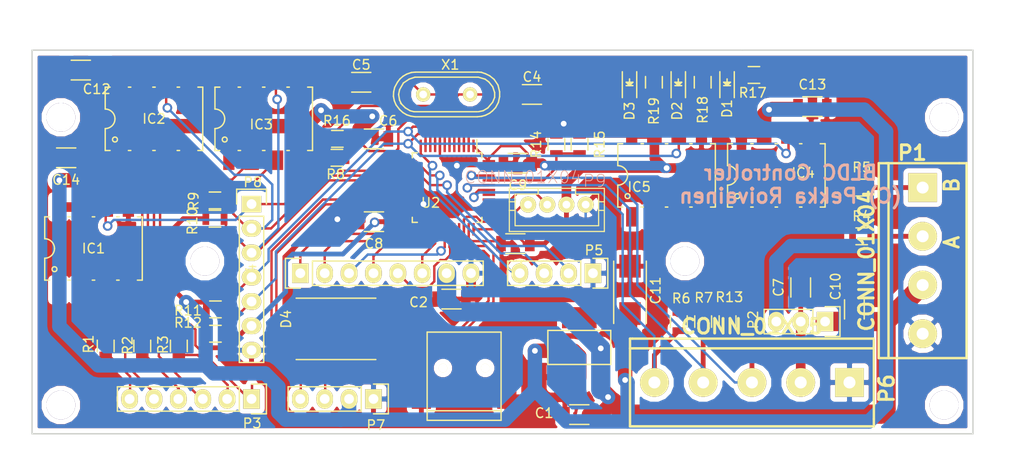
<source format=kicad_pcb>
(kicad_pcb (version 4) (host pcbnew "(2015-08-01 BZR 6032)-product")
  (layers (0 F.Cu signal) (31 B.Cu signal hide) (34 B.Paste user hide) (35 F.Paste user) (36 B.SilkS user hide) (37 F.SilkS user) (38 B.Mask user hide) (39 F.Mask user) (44 Edge.Cuts user))
  (net 0 "")
  (net 1 +5V)
  (net 2 GND)
  (net 3 +3.3V)
  (net 4 "Net-(C4-Pad1)")
  (net 5 "Net-(C5-Pad1)")
  (net 6 /HALL_SUPPLY)
  (net 7 /VBUS)
  (net 8 /USB_DM)
  (net 9 /USB_DP)
  (net 10 "Net-(D1-Pad2)")
  (net 11 /LED0)
  (net 12 "Net-(D2-Pad2)")
  (net 13 /LED1)
  (net 14 "Net-(D3-Pad2)")
  (net 15 /LED2)
  (net 16 "Net-(IC1-Pad2)")
  (net 17 /ENA_COM)
  (net 18 /ENA)
  (net 19 "Net-(IC2-Pad2)")
  (net 20 /STEP_COM)
  (net 21 /STEP)
  (net 22 "Net-(IC3-Pad2)")
  (net 23 /DIR_COM)
  (net 24 /DIR)
  (net 25 "Net-(IC4-Pad2)")
  (net 26 /ENC_A)
  (net 27 "Net-(IC5-Pad2)")
  (net 28 /ENC_B)
  (net 29 "Net-(P1-Pad1)")
  (net 30 "Net-(P1-Pad2)")
  (net 31 /DIR_I)
  (net 32 /STEP_I)
  (net 33 /ENA_I)
  (net 34 /H_A)
  (net 35 /L_A)
  (net 36 /H_B)
  (net 37 /L_B)
  (net 38 /H_C)
  (net 39 /L_C)
  (net 40 /MEAS_BUS)
  (net 41 /MEAS_B)
  (net 42 /MEAS_A)
  (net 43 /HALL_C)
  (net 44 /HALL_B)
  (net 45 /HALL_A)
  (net 46 /USART_RX)
  (net 47 /USART_TX)
  (net 48 /SWDIO)
  (net 49 /SWCLK)
  (net 50 "Net-(R14-Pad1)")
  (net 51 "Net-(R16-Pad2)")
  (module Mounting_Holes:MountingHole_3mm (layer F.Cu) (at 149 123)
    (fp_text reference REF** hide)
    (fp_text value MountingHole_3mm)
    (pad 1 thru_hole circle (at 0 0) (size 3 3) (drill 3) (layers))
  )
  (module Mounting_Holes:MountingHole_3mm (layer F.Cu) (at 241 123)
    (fp_text reference REF** hide)
    (fp_text value MountingHole_3mm)
    (pad 1 thru_hole circle (at 0 0) (size 3 3) (drill 3) (layers))
  )
  (module Mounting_Holes:MountingHole_3mm (layer F.Cu) (at 241 93)
    (fp_text reference REF** hide)
    (fp_text value MountingHole_3mm)
    (pad 1 thru_hole circle (at 0 0) (size 3 3) (drill 3) (layers))
  )
  (module Mounting_Holes:MountingHole_3mm (layer F.Cu) (at 214 108)
    (fp_text reference REF** hide)
    (fp_text value MountingHole_3mm)
    (pad 1 thru_hole circle (at 0 0) (size 3 3) (drill 3) (layers))
  )
  (module Mounting_Holes:MountingHole_3mm (layer F.Cu) (at 149 93)
    (fp_text reference REF** hide)
    (fp_text value MountingHole_3mm)
    (pad 1 thru_hole circle (at 0 0) (size 3 3) (drill 3) (layers))
  )
  (module w_conn_screw:mors_4p (layer F.Cu) (at 238.76 107.95 270)
    (fp_text reference P1 (at -11.2395 1.0795 360) (layer F.SilkS) (effects (font (thickness 0.3048))))
    (fp_text value CONN_01X04 (at 0 5.842 270) (layer F.SilkS) (effects (font (thickness 0.3048))))
    (pad 1 thru_hole rect (at -7.62 0 270) (size 2.99974 2.99974) (drill 1.24968) (layers *.Cu *.Mask F.SilkS) (net 29 "Net-(P1-Pad1)"))
    (pad 2 thru_hole circle (at -2.54 0 270) (size 2.99974 2.99974) (drill 1.24968) (layers *.Cu *.Mask F.SilkS) (net 30 "Net-(P1-Pad2)"))
    (pad 3 thru_hole circle (at 2.54 0 270) (size 2.99974 2.99974) (drill 1.24968) (layers *.Cu *.Mask F.SilkS) (net 1 +5V))
    (pad 4 thru_hole circle (at 7.62 0 270) (size 2.99974 2.99974) (drill 1.24968) (layers *.Cu *.Mask F.SilkS) (net 2 GND))
  )
  (module Connect:USB_Mini-B (layer F.Cu) (at 191 120 90)
    (fp_text reference CON1 hide)
    (fp_text value USB-MINI-B)
    (pad 1 smd rect (at 3.44932 -1.6002 90) (size 2.30124 0.50038) (layers F.Cu F.Paste F.Mask) (net 7 /VBUS))
    (pad 2 smd rect (at 3.44932 -0.8001 90) (size 2.30124 0.50038) (layers F.Cu F.Paste F.Mask) (net 8 /USB_DM))
    (pad 3 smd rect (at 3.44932 0 90) (size 2.30124 0.50038) (layers F.Cu F.Paste F.Mask) (net 9 /USB_DP))
    (pad 4 smd rect (at 3.44932 0.8001 90) (size 2.30124 0.50038) (layers F.Cu F.Paste F.Mask))
    (pad 5 smd rect (at 3.44932 1.6002 90) (size 2.30124 0.50038) (layers F.Cu F.Paste F.Mask) (net 2 GND))
    (pad 6 smd rect (at 3.35026 -4.45008 90) (size 2.49936 1.99898) (layers F.Cu F.Paste F.Mask) (net 2 GND))
    (pad 6 smd rect (at -2.14884 -4.45008 90) (size 2.49936 1.99898) (layers F.Cu F.Paste F.Mask) (net 2 GND))
    (pad 6 smd rect (at 3.35026 4.45008 90) (size 2.49936 1.99898) (layers F.Cu F.Paste F.Mask) (net 2 GND))
    (pad 6 smd rect (at -2.14884 4.45008 90) (size 2.49936 1.99898) (layers F.Cu F.Paste F.Mask) (net 2 GND))
    (pad "" np_thru_hole circle (at 0.8509 -2.19964 90) (size 0.89916 0.89916) (drill 0.89916) (layers *.Cu *.Mask F.SilkS))
    (pad "" np_thru_hole circle (at 0.8509 2.19964 90) (size 0.89916 0.89916) (drill 0.89916) (layers *.Cu *.Mask F.SilkS))
  )
  (module LEDs:LED-0805 (layer F.Cu) (at 218.39 89.35 90)
    (fp_text reference D1 (at -2.746 0 90) (layer F.SilkS))
    (fp_text value LED)
    (pad 2 smd rect (at 1.04902 0 270) (size 1.19888 1.19888) (layers F.Cu F.Paste F.Mask) (net 10 "Net-(D1-Pad2)"))
    (pad 1 smd rect (at -1.04902 0 270) (size 1.19888 1.19888) (layers F.Cu F.Paste F.Mask) (net 11 /LED0))
  )
  (module LEDs:LED-0805 (layer F.Cu) (at 213.31 89.35 90)
    (fp_text reference D2 (at -3 -0.127 90) (layer F.SilkS))
    (fp_text value LED)
    (pad 2 smd rect (at 1.04902 0 270) (size 1.19888 1.19888) (layers F.Cu F.Paste F.Mask) (net 12 "Net-(D2-Pad2)"))
    (pad 1 smd rect (at -1.04902 0 270) (size 1.19888 1.19888) (layers F.Cu F.Paste F.Mask) (net 13 /LED1))
  )
  (module LEDs:LED-0805 (layer F.Cu) (at 208.23 89.35 90)
    (fp_text reference D3 (at -3 0 90) (layer F.SilkS))
    (fp_text value LED)
    (pad 2 smd rect (at 1.04902 0 270) (size 1.19888 1.19888) (layers F.Cu F.Paste F.Mask) (net 14 "Net-(D3-Pad2)"))
    (pad 1 smd rect (at -1.04902 0 270) (size 1.19888 1.19888) (layers F.Cu F.Paste F.Mask) (net 15 /LED2))
  )
  (module Power_Integrations:SMD-8 (layer F.Cu) (at 152.4 106.68)
    (fp_text reference IC1 (at 0 0) (layer F.SilkS))
    (fp_text value 6N136)
    (pad 1 smd rect (at -3.6322 4.318) (size 1.1684 2.032) (layers F.Cu F.Paste F.Mask))
    (pad 2 smd rect (at -1.27 4.318) (size 1.524 2.032) (layers F.Cu F.Paste F.Mask) (net 16 "Net-(IC1-Pad2)"))
    (pad 3 smd rect (at 1.27 4.318) (size 1.524 2.032) (layers F.Cu F.Paste F.Mask) (net 17 /ENA_COM))
    (pad 4 smd rect (at 3.6322 4.318) (size 1.1684 2.032) (layers F.Cu F.Paste F.Mask))
    (pad 5 smd rect (at 3.6322 -4.318) (size 1.1684 2.032) (layers F.Cu F.Paste F.Mask) (net 2 GND))
    (pad 6 smd rect (at 1.27 -4.318) (size 1.524 2.032) (layers F.Cu F.Paste F.Mask) (net 18 /ENA))
    (pad 7 smd rect (at -1.27 -4.318) (size 1.524 2.032) (layers F.Cu F.Paste F.Mask) (net 3 +3.3V))
    (pad 8 smd rect (at -3.6322 -4.318) (size 1.1684 2.032) (layers F.Cu F.Paste F.Mask) (net 3 +3.3V))
  )
  (module Power_Integrations:SMD-8 (layer F.Cu) (at 158.7 93.16)
    (fp_text reference IC2 (at 0 0) (layer F.SilkS))
    (fp_text value 6N136)
    (pad 1 smd rect (at -3.6322 4.318) (size 1.1684 2.032) (layers F.Cu F.Paste F.Mask))
    (pad 2 smd rect (at -1.27 4.318) (size 1.524 2.032) (layers F.Cu F.Paste F.Mask) (net 19 "Net-(IC2-Pad2)"))
    (pad 3 smd rect (at 1.27 4.318) (size 1.524 2.032) (layers F.Cu F.Paste F.Mask) (net 20 /STEP_COM))
    (pad 4 smd rect (at 3.6322 4.318) (size 1.1684 2.032) (layers F.Cu F.Paste F.Mask))
    (pad 5 smd rect (at 3.6322 -4.318) (size 1.1684 2.032) (layers F.Cu F.Paste F.Mask) (net 2 GND))
    (pad 6 smd rect (at 1.27 -4.318) (size 1.524 2.032) (layers F.Cu F.Paste F.Mask) (net 21 /STEP))
    (pad 7 smd rect (at -1.27 -4.318) (size 1.524 2.032) (layers F.Cu F.Paste F.Mask) (net 3 +3.3V))
    (pad 8 smd rect (at -3.6322 -4.318) (size 1.1684 2.032) (layers F.Cu F.Paste F.Mask) (net 3 +3.3V))
  )
  (module Power_Integrations:SMD-8 (layer F.Cu) (at 170.13 93.16)
    (fp_text reference IC3 (at -0.254 0.587) (layer F.SilkS))
    (fp_text value 6N136)
    (pad 1 smd rect (at -3.6322 4.318) (size 1.1684 2.032) (layers F.Cu F.Paste F.Mask))
    (pad 2 smd rect (at -1.27 4.318) (size 1.524 2.032) (layers F.Cu F.Paste F.Mask) (net 22 "Net-(IC3-Pad2)"))
    (pad 3 smd rect (at 1.27 4.318) (size 1.524 2.032) (layers F.Cu F.Paste F.Mask) (net 23 /DIR_COM))
    (pad 4 smd rect (at 3.6322 4.318) (size 1.1684 2.032) (layers F.Cu F.Paste F.Mask))
    (pad 5 smd rect (at 3.6322 -4.318) (size 1.1684 2.032) (layers F.Cu F.Paste F.Mask) (net 2 GND))
    (pad 6 smd rect (at 1.27 -4.318) (size 1.524 2.032) (layers F.Cu F.Paste F.Mask) (net 24 /DIR))
    (pad 7 smd rect (at -1.27 -4.318) (size 1.524 2.032) (layers F.Cu F.Paste F.Mask) (net 3 +3.3V))
    (pad 8 smd rect (at -3.6322 -4.318) (size 1.1684 2.032) (layers F.Cu F.Paste F.Mask) (net 3 +3.3V))
  )
  (module Power_Integrations:SMD-8 (layer F.Cu) (at 223.52 99.06)
    (fp_text reference IC4 (at 2.794 -0.254) (layer F.SilkS))
    (fp_text value 6N136)
    (pad 1 smd rect (at -3.6322 4.318) (size 1.1684 2.032) (layers F.Cu F.Paste F.Mask))
    (pad 2 smd rect (at -1.27 4.318) (size 1.524 2.032) (layers F.Cu F.Paste F.Mask) (net 25 "Net-(IC4-Pad2)"))
    (pad 3 smd rect (at 1.27 4.318) (size 1.524 2.032) (layers F.Cu F.Paste F.Mask) (net 2 GND))
    (pad 4 smd rect (at 3.6322 4.318) (size 1.1684 2.032) (layers F.Cu F.Paste F.Mask))
    (pad 5 smd rect (at 3.6322 -4.318) (size 1.1684 2.032) (layers F.Cu F.Paste F.Mask) (net 2 GND))
    (pad 6 smd rect (at 1.27 -4.318) (size 1.524 2.032) (layers F.Cu F.Paste F.Mask) (net 26 /ENC_A))
    (pad 7 smd rect (at -1.27 -4.318) (size 1.524 2.032) (layers F.Cu F.Paste F.Mask) (net 3 +3.3V))
    (pad 8 smd rect (at -3.6322 -4.318) (size 1.1684 2.032) (layers F.Cu F.Paste F.Mask) (net 3 +3.3V))
  )
  (module Power_Integrations:SMD-8 (layer F.Cu) (at 212.09 99.06)
    (fp_text reference IC5 (at -2.8575 1.2065) (layer F.SilkS))
    (fp_text value 6N136)
    (pad 1 smd rect (at -3.6322 4.318) (size 1.1684 2.032) (layers F.Cu F.Paste F.Mask))
    (pad 2 smd rect (at -1.27 4.318) (size 1.524 2.032) (layers F.Cu F.Paste F.Mask) (net 27 "Net-(IC5-Pad2)"))
    (pad 3 smd rect (at 1.27 4.318) (size 1.524 2.032) (layers F.Cu F.Paste F.Mask) (net 2 GND))
    (pad 4 smd rect (at 3.6322 4.318) (size 1.1684 2.032) (layers F.Cu F.Paste F.Mask))
    (pad 5 smd rect (at 3.6322 -4.318) (size 1.1684 2.032) (layers F.Cu F.Paste F.Mask) (net 2 GND))
    (pad 6 smd rect (at 1.27 -4.318) (size 1.524 2.032) (layers F.Cu F.Paste F.Mask) (net 28 /ENC_B))
    (pad 7 smd rect (at -1.27 -4.318) (size 1.524 2.032) (layers F.Cu F.Paste F.Mask) (net 3 +3.3V))
    (pad 8 smd rect (at -3.6322 -4.318) (size 1.1684 2.032) (layers F.Cu F.Paste F.Mask) (net 3 +3.3V))
  )
  (module Pin_Headers:Pin_Header_Straight_1x03 (layer F.Cu) (at 228.6 114.3 270)
    (fp_text reference P2 (at -0.1905 7.493 450) (layer F.SilkS))
    (fp_text value CONN_01X03)
    (pad 1 thru_hole rect (at 0 0 270) (size 2.032 1.7272) (drill 1.016) (layers *.Cu *.Mask F.SilkS) (net 1 +5V))
    (pad 2 thru_hole oval (at 0 2.54 270) (size 2.032 1.7272) (drill 1.016) (layers *.Cu *.Mask F.SilkS) (net 6 /HALL_SUPPLY))
    (pad 3 thru_hole oval (at 0 5.08 270) (size 2.032 1.7272) (drill 1.016) (layers *.Cu *.Mask F.SilkS) (net 3 +3.3V))
  )
  (module Pin_Headers:Pin_Header_Straight_1x06 (layer F.Cu) (at 168.86 122.37 270)
    (fp_text reference P3 (at 2.54 -0.0635 360) (layer F.SilkS))
    (fp_text value CONN_01X06)
    (pad 1 thru_hole rect (at 0 0 270) (size 2.032 1.7272) (drill 1.016) (layers *.Cu *.Mask F.SilkS) (net 23 /DIR_COM))
    (pad 2 thru_hole oval (at 0 2.54 270) (size 2.032 1.7272) (drill 1.016) (layers *.Cu *.Mask F.SilkS) (net 31 /DIR_I))
    (pad 3 thru_hole oval (at 0 5.08 270) (size 2.032 1.7272) (drill 1.016) (layers *.Cu *.Mask F.SilkS) (net 20 /STEP_COM))
    (pad 4 thru_hole oval (at 0 7.62 270) (size 2.032 1.7272) (drill 1.016) (layers *.Cu *.Mask F.SilkS) (net 32 /STEP_I))
    (pad 5 thru_hole oval (at 0 10.16 270) (size 2.032 1.7272) (drill 1.016) (layers *.Cu *.Mask F.SilkS) (net 17 /ENA_COM))
    (pad 6 thru_hole oval (at 0 12.7 270) (size 2.032 1.7272) (drill 1.016) (layers *.Cu *.Mask F.SilkS) (net 33 /ENA_I))
  )
  (module Pin_Headers:Pin_Header_Straight_1x08 (layer F.Cu) (at 173.94 109.26 90)
    (fp_text reference P4 (at 0 -5.1 90) (layer F.SilkS))
    (fp_text value CONN_01X08)
    (pad 1 thru_hole rect (at 0 0 90) (size 2.032 1.7272) (drill 1.016) (layers *.Cu *.Mask F.SilkS) (net 34 /H_A))
    (pad 2 thru_hole oval (at 0 2.54 90) (size 2.032 1.7272) (drill 1.016) (layers *.Cu *.Mask F.SilkS) (net 35 /L_A))
    (pad 3 thru_hole oval (at 0 5.08 90) (size 2.032 1.7272) (drill 1.016) (layers *.Cu *.Mask F.SilkS) (net 36 /H_B))
    (pad 4 thru_hole oval (at 0 7.62 90) (size 2.032 1.7272) (drill 1.016) (layers *.Cu *.Mask F.SilkS) (net 37 /L_B))
    (pad 5 thru_hole oval (at 0 10.16 90) (size 2.032 1.7272) (drill 1.016) (layers *.Cu *.Mask F.SilkS) (net 38 /H_C))
    (pad 6 thru_hole oval (at 0 12.7 90) (size 2.032 1.7272) (drill 1.016) (layers *.Cu *.Mask F.SilkS) (net 39 /L_C))
    (pad 7 thru_hole oval (at 0 15.24 90) (size 2.032 1.7272) (drill 1.016) (layers *.Cu *.Mask F.SilkS) (net 1 +5V))
    (pad 8 thru_hole oval (at 0 17.78 90) (size 2.032 1.7272) (drill 1.016) (layers *.Cu *.Mask F.SilkS) (net 2 GND))
  )
  (module Pin_Headers:Pin_Header_Straight_1x04 (layer F.Cu) (at 204.42 109.26 270)
    (fp_text reference P5 (at -2.3895 -0.1135 360) (layer F.SilkS))
    (fp_text value CONN_01X04)
    (pad 1 thru_hole rect (at 0 0 270) (size 2.032 1.7272) (drill 1.016) (layers *.Cu *.Mask F.SilkS) (net 2 GND))
    (pad 2 thru_hole oval (at 0 2.54 270) (size 2.032 1.7272) (drill 1.016) (layers *.Cu *.Mask F.SilkS) (net 40 /MEAS_BUS))
    (pad 3 thru_hole oval (at 0 5.08 270) (size 2.032 1.7272) (drill 1.016) (layers *.Cu *.Mask F.SilkS) (net 41 /MEAS_B))
    (pad 4 thru_hole oval (at 0 7.62 270) (size 2.032 1.7272) (drill 1.016) (layers *.Cu *.Mask F.SilkS) (net 42 /MEAS_A))
  )
  (module w_conn_screw:mors_5p (layer F.Cu) (at 220.98 120.65 180)
    (fp_text reference P6 (at -14.0335 -0.635 270) (layer F.SilkS) (effects (font (thickness 0.3048))))
    (fp_text value CONN_01X05 (at 0 5.842 180) (layer F.SilkS) (effects (font (thickness 0.3048))))
    (pad 1 thru_hole rect (at -10.16 0 180) (size 2.99974 2.99974) (drill 1.24968) (layers *.Cu *.Mask F.SilkS) (net 2 GND))
    (pad 2 thru_hole circle (at -5.08 0 180) (size 2.99974 2.99974) (drill 1.24968) (layers *.Cu *.Mask F.SilkS) (net 6 /HALL_SUPPLY))
    (pad 3 thru_hole circle (at 0 0 180) (size 2.99974 2.99974) (drill 1.24968) (layers *.Cu *.Mask F.SilkS) (net 43 /HALL_C))
    (pad 4 thru_hole circle (at 5.08 0 180) (size 2.99974 2.99974) (drill 1.24968) (layers *.Cu *.Mask F.SilkS) (net 44 /HALL_B))
    (pad 5 thru_hole circle (at 10.16 0 180) (size 2.99974 2.99974) (drill 1.24968) (layers *.Cu *.Mask F.SilkS) (net 45 /HALL_A))
  )
  (module Pin_Headers:Pin_Header_Straight_1x04 (layer F.Cu) (at 181.56 122.37 270)
    (fp_text reference P7 (at 2.7305 -0.254 360) (layer F.SilkS))
    (fp_text value CONN_01X04)
    (pad 1 thru_hole rect (at 0 0 270) (size 2.032 1.7272) (drill 1.016) (layers *.Cu *.Mask F.SilkS) (net 2 GND))
    (pad 2 thru_hole oval (at 0 2.54 270) (size 2.032 1.7272) (drill 1.016) (layers *.Cu *.Mask F.SilkS) (net 3 +3.3V))
    (pad 3 thru_hole oval (at 0 5.08 270) (size 2.032 1.7272) (drill 1.016) (layers *.Cu *.Mask F.SilkS) (net 46 /USART_RX))
    (pad 4 thru_hole oval (at 0 7.62 270) (size 2.032 1.7272) (drill 1.016) (layers *.Cu *.Mask F.SilkS) (net 47 /USART_TX))
  )
  (module Pin_Headers:Pin_Header_Straight_1x07 (layer F.Cu) (at 168.86 102.05)
    (fp_text reference P8 (at 0.127 -2.286) (layer F.SilkS))
    (fp_text value CONN_01X07)
    (pad 1 thru_hole rect (at 0 0) (size 2.032 1.7272) (drill 1.016) (layers *.Cu *.Mask F.SilkS) (net 18 /ENA))
    (pad 2 thru_hole oval (at 0 2.54) (size 2.032 1.7272) (drill 1.016) (layers *.Cu *.Mask F.SilkS) (net 21 /STEP))
    (pad 3 thru_hole oval (at 0 5.08) (size 2.032 1.7272) (drill 1.016) (layers *.Cu *.Mask F.SilkS) (net 24 /DIR))
    (pad 4 thru_hole oval (at 0 7.62) (size 2.032 1.7272) (drill 1.016) (layers *.Cu *.Mask F.SilkS) (net 26 /ENC_A))
    (pad 5 thru_hole oval (at 0 10.16) (size 2.032 1.7272) (drill 1.016) (layers *.Cu *.Mask F.SilkS) (net 28 /ENC_B))
    (pad 6 thru_hole oval (at 0 12.7) (size 2.032 1.7272) (drill 1.016) (layers *.Cu *.Mask F.SilkS) (net 3 +3.3V))
    (pad 7 thru_hole oval (at 0 15.24) (size 2.032 1.7272) (drill 1.016) (layers *.Cu *.Mask F.SilkS) (net 2 GND))
  )
  (module jst-ph:jst-ph-JST-PH4 (layer F.Cu) (at 200.66 102.108 180)
    (fp_text reference P9 (at -3.937 2.4765 180) (layer B.SilkS) (effects (font (size 1.27 1.27) (thickness 0.0889))))
    (fp_text value CONN_01X04 (at 3.53314 2.86258 180) (layer B.SilkS) (effects (font (size 1.27 1.27) (thickness 0.0889))))
    (pad 1 thru_hole circle (at 2.99974 0 180) (size 1.6764 3.3528) (drill 0.8128) (layers *.Cu F.Paste F.SilkS F.Mask) (net 48 /SWDIO))
    (pad 2 thru_hole circle (at 0.99822 0 180) (size 1.6764 3.3528) (drill 0.8128) (layers *.Cu F.Paste F.SilkS F.Mask) (net 49 /SWCLK))
    (pad 3 thru_hole circle (at -0.99822 0 180) (size 1.6764 3.3528) (drill 0.8128) (layers *.Cu F.Paste F.SilkS F.Mask) (net 3 +3.3V))
    (pad 4 thru_hole circle (at -2.99974 0 180) (size 1.6764 3.3528) (drill 0.8128) (layers *.Cu F.Paste F.SilkS F.Mask) (net 2 GND))
  )
  (module Resistors_SMD:R_0805 (layer F.Cu) (at 153.67 116.84 270)
    (fp_text reference R1 (at -0.1905 1.778 270) (layer F.SilkS))
    (fp_text value R)
    (pad 1 smd rect (at -0.95 0 270) (size 0.7 1.3) (layers F.Cu F.Paste F.Mask) (net 16 "Net-(IC1-Pad2)"))
    (pad 2 smd rect (at 0.95 0 270) (size 0.7 1.3) (layers F.Cu F.Paste F.Mask) (net 33 /ENA_I))
  )
  (module Resistors_SMD:R_0805 (layer F.Cu) (at 157.48 116.84 270)
    (fp_text reference R2 (at -0.0635 1.524 270) (layer F.SilkS))
    (fp_text value R)
    (pad 1 smd rect (at -0.95 0 270) (size 0.7 1.3) (layers F.Cu F.Paste F.Mask) (net 19 "Net-(IC2-Pad2)"))
    (pad 2 smd rect (at 0.95 0 270) (size 0.7 1.3) (layers F.Cu F.Paste F.Mask) (net 32 /STEP_I))
  )
  (module Resistors_SMD:R_0805 (layer F.Cu) (at 161.29 116.84 270)
    (fp_text reference R3 (at -0.127 1.651 270) (layer F.SilkS))
    (fp_text value R)
    (pad 1 smd rect (at -0.95 0 270) (size 0.7 1.3) (layers F.Cu F.Paste F.Mask) (net 22 "Net-(IC3-Pad2)"))
    (pad 2 smd rect (at 0.95 0 270) (size 0.7 1.3) (layers F.Cu F.Paste F.Mask) (net 31 /DIR_I))
  )
  (module Resistors_SMD:R_0805 (layer F.Cu) (at 232.41 105.41)
    (fp_text reference R4 (at 0 -2.1) (layer F.SilkS))
    (fp_text value R)
    (pad 1 smd rect (at -0.95 0) (size 0.7 1.3) (layers F.Cu F.Paste F.Mask) (net 25 "Net-(IC4-Pad2)"))
    (pad 2 smd rect (at 0.95 0) (size 0.7 1.3) (layers F.Cu F.Paste F.Mask) (net 30 "Net-(P1-Pad2)"))
  )
  (module Resistors_SMD:R_0805 (layer F.Cu) (at 232.41 100.33)
    (fp_text reference R5 (at 0 -2.1) (layer F.SilkS))
    (fp_text value R)
    (pad 1 smd rect (at -0.95 0) (size 0.7 1.3) (layers F.Cu F.Paste F.Mask) (net 27 "Net-(IC5-Pad2)"))
    (pad 2 smd rect (at 0.95 0) (size 0.7 1.3) (layers F.Cu F.Paste F.Mask) (net 29 "Net-(P1-Pad1)"))
  )
  (module Resistors_SMD:R_0805 (layer F.Cu) (at 213.36 114.3 90)
    (fp_text reference R6 (at 2.413 0.254 180) (layer F.SilkS))
    (fp_text value R)
    (pad 1 smd rect (at -0.95 0 90) (size 0.7 1.3) (layers F.Cu F.Paste F.Mask) (net 45 /HALL_A))
    (pad 2 smd rect (at 0.95 0 90) (size 0.7 1.3) (layers F.Cu F.Paste F.Mask) (net 6 /HALL_SUPPLY))
  )
  (module Resistors_SMD:R_0805 (layer F.Cu) (at 215.9 114.3 90)
    (fp_text reference R7 (at 2.4765 0.0635 180) (layer F.SilkS))
    (fp_text value R)
    (pad 1 smd rect (at -0.95 0 90) (size 0.7 1.3) (layers F.Cu F.Paste F.Mask) (net 44 /HALL_B))
    (pad 2 smd rect (at 0.95 0 90) (size 0.7 1.3) (layers F.Cu F.Paste F.Mask) (net 6 /HALL_SUPPLY))
  )
  (module Resistors_SMD:R_0805 (layer F.Cu) (at 177.75 97.224)
    (fp_text reference R8 (at -0.127 1.73 180) (layer F.SilkS))
    (fp_text value R)
    (pad 1 smd rect (at -0.95 0) (size 0.7 1.3) (layers F.Cu F.Paste F.Mask) (net 18 /ENA))
    (pad 2 smd rect (at 0.95 0) (size 0.7 1.3) (layers F.Cu F.Paste F.Mask) (net 3 +3.3V))
  )
  (module Resistors_SMD:R_0805 (layer F.Cu) (at 165.05 101.669 180)
    (fp_text reference R9 (at 2.2225 -0.0635 270) (layer F.SilkS))
    (fp_text value R)
    (pad 1 smd rect (at -0.95 0 180) (size 0.7 1.3) (layers F.Cu F.Paste F.Mask) (net 21 /STEP))
    (pad 2 smd rect (at 0.95 0 180) (size 0.7 1.3) (layers F.Cu F.Paste F.Mask) (net 3 +3.3V))
  )
  (module Resistors_SMD:R_0805 (layer F.Cu) (at 165.05 103.574 180)
    (fp_text reference R10 (at 2.3495 -0.254 270) (layer F.SilkS))
    (fp_text value R)
    (pad 1 smd rect (at -0.95 0 180) (size 0.7 1.3) (layers F.Cu F.Paste F.Mask) (net 24 /DIR))
    (pad 2 smd rect (at 0.95 0 180) (size 0.7 1.3) (layers F.Cu F.Paste F.Mask) (net 3 +3.3V))
  )
  (module Resistors_SMD:R_0805 (layer F.Cu) (at 165.1 113.03 180)
    (fp_text reference R11 (at 2.8575 -0.127 180) (layer F.SilkS))
    (fp_text value R)
    (pad 1 smd rect (at -0.95 0 180) (size 0.7 1.3) (layers F.Cu F.Paste F.Mask) (net 26 /ENC_A))
    (pad 2 smd rect (at 0.95 0 180) (size 0.7 1.3) (layers F.Cu F.Paste F.Mask) (net 3 +3.3V))
  )
  (module Resistors_SMD:R_0805 (layer F.Cu) (at 165.1 115.57 180)
    (fp_text reference R12 (at 2.8575 1.143 180) (layer F.SilkS))
    (fp_text value R)
    (pad 1 smd rect (at -0.95 0 180) (size 0.7 1.3) (layers F.Cu F.Paste F.Mask) (net 28 /ENC_B))
    (pad 2 smd rect (at 0.95 0 180) (size 0.7 1.3) (layers F.Cu F.Paste F.Mask) (net 3 +3.3V))
  )
  (module Resistors_SMD:R_0805 (layer F.Cu) (at 218.44 114.3 90)
    (fp_text reference R13 (at 2.54 0.1905 180) (layer F.SilkS))
    (fp_text value R)
    (pad 1 smd rect (at -0.95 0 90) (size 0.7 1.3) (layers F.Cu F.Paste F.Mask) (net 43 /HALL_C))
    (pad 2 smd rect (at 0.95 0 90) (size 0.7 1.3) (layers F.Cu F.Paste F.Mask) (net 6 /HALL_SUPPLY))
  )
  (module Resistors_SMD:R_0805 (layer F.Cu) (at 200.61 95.827 90)
    (fp_text reference R14 (at 0 -2.1 90) (layer F.SilkS))
    (fp_text value R)
    (pad 1 smd rect (at -0.95 0 90) (size 0.7 1.3) (layers F.Cu F.Paste F.Mask) (net 50 "Net-(R14-Pad1)"))
    (pad 2 smd rect (at 0.95 0 90) (size 0.7 1.3) (layers F.Cu F.Paste F.Mask) (net 2 GND))
  )
  (module Resistors_SMD:R_0805 (layer F.Cu) (at 203.023 95.827 270)
    (fp_text reference R15 (at 0 -2.1 270) (layer F.SilkS))
    (fp_text value R)
    (pad 1 smd rect (at -0.95 0 270) (size 0.7 1.3) (layers F.Cu F.Paste F.Mask) (net 3 +3.3V))
    (pad 2 smd rect (at 0.95 0 270) (size 0.7 1.3) (layers F.Cu F.Paste F.Mask) (net 50 "Net-(R14-Pad1)"))
  )
  (module Resistors_SMD:R_0805 (layer F.Cu) (at 177.8 95.25 180)
    (fp_text reference R16 (at 0.05 1.884 180) (layer F.SilkS))
    (fp_text value R)
    (pad 1 smd rect (at -0.95 0 180) (size 0.7 1.3) (layers F.Cu F.Paste F.Mask) (net 3 +3.3V))
    (pad 2 smd rect (at 0.95 0 180) (size 0.7 1.3) (layers F.Cu F.Paste F.Mask) (net 51 "Net-(R16-Pad2)"))
  )
  (module Resistors_SMD:R_0805 (layer F.Cu) (at 221.184 88.588)
    (fp_text reference R17 (at -0.127 1.857 180) (layer F.SilkS))
    (fp_text value R)
    (pad 1 smd rect (at -0.95 0) (size 0.7 1.3) (layers F.Cu F.Paste F.Mask) (net 10 "Net-(D1-Pad2)"))
    (pad 2 smd rect (at 0.95 0) (size 0.7 1.3) (layers F.Cu F.Paste F.Mask) (net 2 GND))
  )
  (module Resistors_SMD:R_0805 (layer F.Cu) (at 215.85 89.35 90)
    (fp_text reference R18 (at -2.873 0 90) (layer F.SilkS))
    (fp_text value R)
    (pad 1 smd rect (at -0.95 0 90) (size 0.7 1.3) (layers F.Cu F.Paste F.Mask) (net 12 "Net-(D2-Pad2)"))
    (pad 2 smd rect (at 0.95 0 90) (size 0.7 1.3) (layers F.Cu F.Paste F.Mask) (net 2 GND))
  )
  (module Resistors_SMD:R_0805 (layer F.Cu) (at 210.77 89.35 90)
    (fp_text reference R19 (at -3 0 90) (layer F.SilkS))
    (fp_text value R)
    (pad 1 smd rect (at -0.95 0 90) (size 0.7 1.3) (layers F.Cu F.Paste F.Mask) (net 14 "Net-(D3-Pad2)"))
    (pad 2 smd rect (at 0.95 0 90) (size 0.7 1.3) (layers F.Cu F.Paste F.Mask) (net 2 GND))
  )
  (module acronet:SOT223_S (layer F.Cu) (at 203 117)
    (fp_text reference U1 hide)
    (fp_text value NCP1117ST33T3G hide)
    (pad 1 smd rect (at -2.3 3.1) (size 1.2 2.2) (layers F.Cu F.Paste F.Mask) (net 2 GND))
    (pad 2 smd rect (at 0 3.1) (size 1.2 2.2) (layers F.Cu F.Paste F.Mask) (net 3 +3.3V))
    (pad 3 smd rect (at 2.3 3.1) (size 1.2 2.2) (layers F.Cu F.Paste F.Mask) (net 1 +5V))
    (pad 4 smd rect (at 0 -3.1) (size 3.6 2.2) (layers F.Cu F.Paste F.Mask))
  )
  (module Housings_QFP:LQFP-48_7x7mm_Pitch0.5mm (layer F.Cu) (at 189.23 100.33 270)
    (fp_text reference U2 (at 1.5875 1.7145 360) (layer F.SilkS))
    (fp_text value STM32F103C8 hide)
    (pad 1 smd rect (at -4.35 -2.75 270) (size 1.3 0.25) (layers F.Cu F.Paste F.Mask) (net 3 +3.3V))
    (pad 2 smd rect (at -4.35 -2.25 270) (size 1.3 0.25) (layers F.Cu F.Paste F.Mask) (net 11 /LED0))
    (pad 3 smd rect (at -4.35 -1.75 270) (size 1.3 0.25) (layers F.Cu F.Paste F.Mask) (net 13 /LED1))
    (pad 4 smd rect (at -4.35 -1.25 270) (size 1.3 0.25) (layers F.Cu F.Paste F.Mask) (net 15 /LED2))
    (pad 5 smd rect (at -4.35 -0.75 270) (size 1.3 0.25) (layers F.Cu F.Paste F.Mask) (net 4 "Net-(C4-Pad1)"))
    (pad 6 smd rect (at -4.35 -0.25 270) (size 1.3 0.25) (layers F.Cu F.Paste F.Mask) (net 5 "Net-(C5-Pad1)"))
    (pad 7 smd rect (at -4.35 0.25 270) (size 1.3 0.25) (layers F.Cu F.Paste F.Mask) (net 51 "Net-(R16-Pad2)"))
    (pad 8 smd rect (at -4.35 0.75 270) (size 1.3 0.25) (layers F.Cu F.Paste F.Mask) (net 2 GND))
    (pad 9 smd rect (at -4.35 1.25 270) (size 1.3 0.25) (layers F.Cu F.Paste F.Mask) (net 3 +3.3V))
    (pad 10 smd rect (at -4.35 1.75 270) (size 1.3 0.25) (layers F.Cu F.Paste F.Mask) (net 26 /ENC_A))
    (pad 11 smd rect (at -4.35 2.25 270) (size 1.3 0.25) (layers F.Cu F.Paste F.Mask) (net 28 /ENC_B))
    (pad 12 smd rect (at -4.35 2.75 270) (size 1.3 0.25) (layers F.Cu F.Paste F.Mask) (net 42 /MEAS_A))
    (pad 13 smd rect (at -2.75 4.35) (size 1.3 0.25) (layers F.Cu F.Paste F.Mask) (net 41 /MEAS_B))
    (pad 14 smd rect (at -2.25 4.35) (size 1.3 0.25) (layers F.Cu F.Paste F.Mask) (net 40 /MEAS_BUS))
    (pad 15 smd rect (at -1.75 4.35) (size 1.3 0.25) (layers F.Cu F.Paste F.Mask) (net 18 /ENA))
    (pad 16 smd rect (at -1.25 4.35) (size 1.3 0.25) (layers F.Cu F.Paste F.Mask) (net 21 /STEP))
    (pad 17 smd rect (at -0.75 4.35) (size 1.3 0.25) (layers F.Cu F.Paste F.Mask) (net 24 /DIR))
    (pad 18 smd rect (at -0.25 4.35) (size 1.3 0.25) (layers F.Cu F.Paste F.Mask))
    (pad 19 smd rect (at 0.25 4.35) (size 1.3 0.25) (layers F.Cu F.Paste F.Mask))
    (pad 20 smd rect (at 0.75 4.35) (size 1.3 0.25) (layers F.Cu F.Paste F.Mask) (net 2 GND))
    (pad 21 smd rect (at 1.25 4.35) (size 1.3 0.25) (layers F.Cu F.Paste F.Mask) (net 47 /USART_TX))
    (pad 22 smd rect (at 1.75 4.35) (size 1.3 0.25) (layers F.Cu F.Paste F.Mask) (net 46 /USART_RX))
    (pad 23 smd rect (at 2.25 4.35) (size 1.3 0.25) (layers F.Cu F.Paste F.Mask) (net 2 GND))
    (pad 24 smd rect (at 2.75 4.35) (size 1.3 0.25) (layers F.Cu F.Paste F.Mask) (net 3 +3.3V))
    (pad 25 smd rect (at 4.35 2.75 270) (size 1.3 0.25) (layers F.Cu F.Paste F.Mask))
    (pad 26 smd rect (at 4.35 2.25 270) (size 1.3 0.25) (layers F.Cu F.Paste F.Mask) (net 35 /L_A))
    (pad 27 smd rect (at 4.35 1.75 270) (size 1.3 0.25) (layers F.Cu F.Paste F.Mask) (net 37 /L_B))
    (pad 28 smd rect (at 4.35 1.25 270) (size 1.3 0.25) (layers F.Cu F.Paste F.Mask) (net 39 /L_C))
    (pad 29 smd rect (at 4.35 0.75 270) (size 1.3 0.25) (layers F.Cu F.Paste F.Mask) (net 34 /H_A))
    (pad 30 smd rect (at 4.35 0.25 270) (size 1.3 0.25) (layers F.Cu F.Paste F.Mask) (net 36 /H_B))
    (pad 31 smd rect (at 4.35 -0.25 270) (size 1.3 0.25) (layers F.Cu F.Paste F.Mask) (net 38 /H_C))
    (pad 32 smd rect (at 4.35 -0.75 270) (size 1.3 0.25) (layers F.Cu F.Paste F.Mask) (net 8 /USB_DM))
    (pad 33 smd rect (at 4.35 -1.25 270) (size 1.3 0.25) (layers F.Cu F.Paste F.Mask) (net 9 /USB_DP))
    (pad 34 smd rect (at 4.35 -1.75 270) (size 1.3 0.25) (layers F.Cu F.Paste F.Mask) (net 48 /SWDIO))
    (pad 35 smd rect (at 4.35 -2.25 270) (size 1.3 0.25) (layers F.Cu F.Paste F.Mask) (net 2 GND))
    (pad 36 smd rect (at 4.35 -2.75 270) (size 1.3 0.25) (layers F.Cu F.Paste F.Mask) (net 3 +3.3V))
    (pad 37 smd rect (at 2.75 -4.35) (size 1.3 0.25) (layers F.Cu F.Paste F.Mask) (net 49 /SWCLK))
    (pad 38 smd rect (at 2.25 -4.35) (size 1.3 0.25) (layers F.Cu F.Paste F.Mask))
    (pad 39 smd rect (at 1.75 -4.35) (size 1.3 0.25) (layers F.Cu F.Paste F.Mask))
    (pad 40 smd rect (at 1.25 -4.35) (size 1.3 0.25) (layers F.Cu F.Paste F.Mask))
    (pad 41 smd rect (at 0.75 -4.35) (size 1.3 0.25) (layers F.Cu F.Paste F.Mask))
    (pad 42 smd rect (at 0.25 -4.35) (size 1.3 0.25) (layers F.Cu F.Paste F.Mask) (net 45 /HALL_A))
    (pad 43 smd rect (at -0.25 -4.35) (size 1.3 0.25) (layers F.Cu F.Paste F.Mask) (net 44 /HALL_B))
    (pad 44 smd rect (at -0.75 -4.35) (size 1.3 0.25) (layers F.Cu F.Paste F.Mask) (net 50 "Net-(R14-Pad1)"))
    (pad 45 smd rect (at -1.25 -4.35) (size 1.3 0.25) (layers F.Cu F.Paste F.Mask) (net 43 /HALL_C))
    (pad 46 smd rect (at -1.75 -4.35) (size 1.3 0.25) (layers F.Cu F.Paste F.Mask))
    (pad 47 smd rect (at -2.25 -4.35) (size 1.3 0.25) (layers F.Cu F.Paste F.Mask) (net 2 GND))
    (pad 48 smd rect (at -2.75 -4.35) (size 1.3 0.25) (layers F.Cu F.Paste F.Mask) (net 3 +3.3V))
  )
  (module Diodes_SMD:DO-214AB (layer F.Cu) (at 178.308 115.062)
    (fp_text reference D4 (at -5.842 -1.016 90) (layer F.SilkS))
    (fp_text value DIODE)
    (pad 2 smd rect (at 3.6 0) (size 2.6 3.2) (layers F.Cu F.Paste F.Mask) (net 1 +5V))
    (pad 1 smd rect (at -3.6 0) (size 2.6 3.2) (layers F.Cu F.Paste F.Mask) (net 7 /VBUS))
  )
  (module Capacitors_Tantalum_SMD:TantalC_SizeC_EIA-6032_Reflow (layer F.Cu) (at 208.28 110.998 90)
    (fp_text reference C11 (at -0.0635 2.667 90) (layer F.SilkS))
    (fp_text value CP2)
    (pad 2 smd rect (at 2.47 0 90) (size 2.37 2.23) (layers F.Cu F.Paste F.Mask) (net 2 GND))
    (pad 1 smd rect (at -2.47 0 90) (size 2.37 2.23) (layers F.Cu F.Paste F.Mask) (net 3 +3.3V))
  )
  (module Capacitors_SMD:C_1206 (layer F.Cu) (at 203 124 180)
    (fp_text reference C1 (at 3.66 0.154 180) (layer F.SilkS))
    (fp_text value C)
    (pad 1 smd rect (at -1.5 0 180) (size 1 1.6) (layers F.Cu F.Paste F.Mask) (net 1 +5V))
    (pad 2 smd rect (at 1.5 0 180) (size 1 1.6) (layers F.Cu F.Paste F.Mask) (net 2 GND))
  )
  (module Capacitors_SMD:C_1206 (layer F.Cu) (at 189.688 111.956)
    (fp_text reference C2 (at -3.429 0.333) (layer F.SilkS))
    (fp_text value C)
    (pad 1 smd rect (at -1.5 0) (size 1 1.6) (layers F.Cu F.Paste F.Mask) (net 1 +5V))
    (pad 2 smd rect (at 1.5 0) (size 1 1.6) (layers F.Cu F.Paste F.Mask) (net 2 GND))
  )
  (module Capacitors_SMD:C_1206 (layer F.Cu) (at 196.342 106.172 180)
    (fp_text reference C3 (at 0 -2.3 180) (layer F.SilkS))
    (fp_text value C)
    (pad 1 smd rect (at -1.5 0 180) (size 1 1.6) (layers F.Cu F.Paste F.Mask) (net 3 +3.3V))
    (pad 2 smd rect (at 1.5 0 180) (size 1 1.6) (layers F.Cu F.Paste F.Mask) (net 2 GND))
  )
  (module Capacitors_SMD:C_1206 (layer F.Cu) (at 198.07 90.62)
    (fp_text reference C4 (at 0 -1.826) (layer F.SilkS))
    (fp_text value C)
    (pad 1 smd rect (at -1.5 0) (size 1 1.6) (layers F.Cu F.Paste F.Mask) (net 4 "Net-(C4-Pad1)"))
    (pad 2 smd rect (at 1.5 0) (size 1 1.6) (layers F.Cu F.Paste F.Mask) (net 2 GND))
  )
  (module Capacitors_SMD:C_1206 (layer F.Cu) (at 180.29 89.35 180)
    (fp_text reference C5 (at 0 1.826 180) (layer F.SilkS))
    (fp_text value C)
    (pad 1 smd rect (at -1.5 0 180) (size 1 1.6) (layers F.Cu F.Paste F.Mask) (net 5 "Net-(C5-Pad1)"))
    (pad 2 smd rect (at 1.5 0 180) (size 1 1.6) (layers F.Cu F.Paste F.Mask) (net 2 GND))
  )
  (module Capacitors_SMD:C_1206 (layer F.Cu) (at 181.61 95.25)
    (fp_text reference C6 (at 1.474 -1.884) (layer F.SilkS))
    (fp_text value C)
    (pad 1 smd rect (at -1.5 0) (size 1 1.6) (layers F.Cu F.Paste F.Mask) (net 3 +3.3V))
    (pad 2 smd rect (at 1.5 0) (size 1 1.6) (layers F.Cu F.Paste F.Mask) (net 2 GND))
  )
  (module Capacitors_SMD:C_1206 (layer F.Cu) (at 226.06 110.744 90)
    (fp_text reference C7 (at 0 -2.3 90) (layer F.SilkS))
    (fp_text value C)
    (pad 1 smd rect (at -1.5 0 90) (size 1 1.6) (layers F.Cu F.Paste F.Mask) (net 6 /HALL_SUPPLY))
    (pad 2 smd rect (at 1.5 0 90) (size 1 1.6) (layers F.Cu F.Paste F.Mask) (net 2 GND))
  )
  (module Capacitors_SMD:C_1206 (layer F.Cu) (at 181.61 103.886 180)
    (fp_text reference C8 (at 0 -2.3 180) (layer F.SilkS))
    (fp_text value C)
    (pad 1 smd rect (at -1.5 0 180) (size 1 1.6) (layers F.Cu F.Paste F.Mask) (net 3 +3.3V))
    (pad 2 smd rect (at 1.5 0 180) (size 1 1.6) (layers F.Cu F.Paste F.Mask) (net 2 GND))
  )
  (module Capacitors_SMD:C_1206 (layer F.Cu) (at 196.596 97.79 180)
    (fp_text reference C9 (at 0 -2.3 180) (layer F.SilkS))
    (fp_text value C)
    (pad 1 smd rect (at -1.5 0 180) (size 1 1.6) (layers F.Cu F.Paste F.Mask) (net 3 +3.3V))
    (pad 2 smd rect (at 1.5 0 180) (size 1 1.6) (layers F.Cu F.Paste F.Mask) (net 2 GND))
  )
  (module Capacitors_SMD:C_1206 (layer F.Cu) (at 231.648 113.03 90)
    (fp_text reference C10 (at 2.392 -1.955 90) (layer F.SilkS))
    (fp_text value C)
    (pad 1 smd rect (at -1.5 0 90) (size 1 1.6) (layers F.Cu F.Paste F.Mask) (net 1 +5V))
    (pad 2 smd rect (at 1.5 0 90) (size 1 1.6) (layers F.Cu F.Paste F.Mask) (net 2 GND))
  )
  (module Capacitors_SMD:C_1206 (layer F.Cu) (at 151.08 88.08 180)
    (fp_text reference C12 (at -1.651 -1.984 180) (layer F.SilkS))
    (fp_text value C)
    (pad 1 smd rect (at -1.5 0 180) (size 1 1.6) (layers F.Cu F.Paste F.Mask) (net 3 +3.3V))
    (pad 2 smd rect (at 1.5 0 180) (size 1 1.6) (layers F.Cu F.Paste F.Mask) (net 2 GND))
  )
  (module Capacitors_SMD:C_1206 (layer F.Cu) (at 227.28 91.89)
    (fp_text reference C13 (at 0 -2.3) (layer F.SilkS))
    (fp_text value C)
    (pad 1 smd rect (at -1.5 0) (size 1 1.6) (layers F.Cu F.Paste F.Mask) (net 3 +3.3V))
    (pad 2 smd rect (at 1.5 0) (size 1 1.6) (layers F.Cu F.Paste F.Mask) (net 2 GND))
  )
  (module Capacitors_SMD:C_1206 (layer F.Cu) (at 149.556 97.224 180)
    (fp_text reference C14 (at 0 -2.3 180) (layer F.SilkS))
    (fp_text value C)
    (pad 1 smd rect (at -1.5 0 180) (size 1 1.6) (layers F.Cu F.Paste F.Mask) (net 3 +3.3V))
    (pad 2 smd rect (at 1.5 0 180) (size 1 1.6) (layers F.Cu F.Paste F.Mask) (net 2 GND))
  )
  (module Crystals:Crystal_HC49-U_Vertical (layer F.Cu) (at 189.18 90.62 180)
    (fp_text reference X1 (at -0.381 3.096 180) (layer F.SilkS))
    (fp_text value CRYSTAL)
    (pad 1 thru_hole circle (at -2.44094 0 180) (size 1.50114 1.50114) (drill 0.8001) (layers *.Cu *.Mask F.SilkS) (net 4 "Net-(C4-Pad1)"))
    (pad 2 thru_hole circle (at 2.44094 0 180) (size 1.50114 1.50114) (drill 0.8001) (layers *.Cu *.Mask F.SilkS) (net 5 "Net-(C5-Pad1)"))
  )
  (module Mounting_Holes:MountingHole_3mm (layer F.Cu) (at 164 108)
    (fp_text reference REF** hide)
    (fp_text value MountingHole_3mm)
    (pad 1 thru_hole circle (at 0 0) (size 3 3) (drill 3) (layers))
  )
  (gr_line (start 146 86) (end 146 126) (angle 90) (layer Edge.Cuts) (width 0.15))
  (gr_line (start 244 86) (end 244 126) (angle 90) (layer Edge.Cuts) (width 0.15))
  (gr_text "BLDC Controller\n(C) Pekka Roivainen" (at 225 100) (layer B.SilkS) (effects (font (size 1.5 1.5) (thickness 0.3)) (justify mirror)))
  (gr_text "A    B\n\n" (at 243 103 90) (layer F.SilkS) (effects (font (size 1.5 1.5) (thickness 0.3))))
  (gr_line (start 220 86) (end 146 86) (angle 90) (layer Edge.Cuts) (width 0.15))
  (gr_line (start 244 86) (end 220 86) (angle 90) (layer Edge.Cuts) (width 0.15))
  (gr_line (start 146 126) (end 244 126) (angle 90) (layer Edge.Cuts) (width 0.15))
  (segment (start 189.18 109.26) (end 189.18 110.964) (width 1) (layer F.Cu) (net 1))
  (segment (start 189.18 110.964) (end 188.188 111.956) (width 1) (layer F.Cu) (net 1))
  (segment (start 231.648 114.03) (end 228.87 114.03) (width 1.5) (layer F.Cu) (net 1))
  (segment (start 228.87 114.03) (end 228.6 114.3) (width 1.5) (layer F.Cu) (net 1))
  (segment (start 205.232 121.412) (end 205.994 122.174) (width 1.5) (layer B.Cu) (net 1))
  (segment (start 205.232 117.094) (end 205.232 121.412) (width 2) (layer B.Cu) (net 1))
  (segment (start 205.613 121.793) (end 205.613 121.539) (width 1.5) (layer F.Cu) (net 1))
  (segment (start 205.994 122.174) (end 205.613 121.793) (width 1.5) (layer F.Cu) (net 1))
  (via (at 205.994 122.174) (size 1) (drill 0.6) (layers F.Cu B.Cu) (net 1))
  (segment (start 206.502 122.682) (end 207.772 123.952) (width 2) (layer F.Cu) (net 1))
  (segment (start 208.026 123.952) (end 207.772 123.952) (width 2) (layer F.Cu) (net 1))
  (segment (start 181.908 115.062) (end 181.908 114.002) (width 1) (layer F.Cu) (net 1))
  (segment (start 181.908 114.002) (end 183.642 112.268) (width 1) (layer F.Cu) (net 1))
  (segment (start 183.642 112.268) (end 187.96 112.268) (width 1) (layer F.Cu) (net 1))
  (segment (start 204 124) (end 205.184 124) (width 1.5) (layer F.Cu) (net 1))
  (segment (start 205.184 124) (end 206.629 122.555) (width 1.5) (layer F.Cu) (net 1))
  (segment (start 205.232 120.032) (end 205.232 117.094) (width 1.5) (layer F.Cu) (net 1))
  (via (at 205.232 117.094) (size 1) (drill 0.6) (layers F.Cu B.Cu) (net 1))
  (segment (start 189.18 112.218) (end 190.246 113.284) (width 2) (layer B.Cu) (net 1))
  (segment (start 189.18 112.218) (end 189.18 109.26) (width 2) (layer B.Cu) (net 1))
  (segment (start 201.422 113.284) (end 205.232 117.094) (width 2) (layer B.Cu) (net 1))
  (segment (start 190.246 113.284) (end 201.422 113.284) (width 2) (layer B.Cu) (net 1))
  (segment (start 205.232 120.032) (end 205.3 120.1) (width 1.5) (layer F.Cu) (net 1))
  (segment (start 208.026 123.952) (end 234.442 123.952) (width 2) (layer F.Cu) (net 1))
  (segment (start 234.442 123.952) (end 234.95 123.444) (width 2) (layer F.Cu) (net 1))
  (segment (start 234.95 123.444) (end 234.95 114.3) (width 2) (layer F.Cu) (net 1))
  (segment (start 205.3 121.226) (end 205.613 121.539) (width 1.5) (layer F.Cu) (net 1))
  (segment (start 205.3 120.1) (end 205.3 121.226) (width 1.5) (layer F.Cu) (net 1))
  (segment (start 205.613 121.539) (end 206.629 122.555) (width 1.5) (layer F.Cu) (net 1))
  (segment (start 206.629 122.555) (end 208.026 123.952) (width 1.5) (layer F.Cu) (net 1))
  (segment (start 228.6 114.3) (end 234.95 114.3) (width 2) (layer F.Cu) (net 1))
  (segment (start 234.95 114.3) (end 238.76 110.49) (width 2) (layer F.Cu) (net 1))
  (segment (start 184.88 102.58) (end 186.237 102.58) (width 0.25) (layer F.Cu) (net 2))
  (segment (start 186.386 101.669) (end 186.386 101.034) (width 0.25) (layer B.Cu) (net 2))
  (segment (start 186.767 102.05) (end 186.386 101.669) (width 0.25) (layer B.Cu) (net 2))
  (via (at 186.767 102.05) (size 1) (drill 0.6) (layers F.Cu B.Cu) (net 2))
  (segment (start 186.237 102.58) (end 186.767 102.05) (width 0.25) (layer F.Cu) (net 2))
  (segment (start 200.61 94.877) (end 200.61 94.43) (width 0.5) (layer F.Cu) (net 2))
  (segment (start 201.372 93.668) (end 202.261 93.668) (width 0.5) (layer B.Cu) (net 2))
  (via (at 201.372 93.668) (size 1) (drill 0.6) (layers F.Cu B.Cu) (net 2))
  (segment (start 200.61 94.43) (end 201.372 93.668) (width 0.5) (layer F.Cu) (net 2))
  (segment (start 184.912 92.456) (end 184.296 92.456) (width 0.25) (layer F.Cu) (net 2))
  (segment (start 187.96 92.456) (end 184.912 92.456) (width 0.25) (layer F.Cu) (net 2))
  (segment (start 188.48 92.976) (end 187.96 92.456) (width 0.25) (layer F.Cu) (net 2))
  (segment (start 188.48 95.98) (end 188.48 92.976) (width 0.25) (layer F.Cu) (net 2))
  (segment (start 183.11 93.642) (end 183.11 95.25) (width 0.25) (layer F.Cu) (net 2))
  (segment (start 184.296 92.456) (end 183.11 93.642) (width 0.25) (layer F.Cu) (net 2))
  (segment (start 215.7222 94.0498) (end 215.7222 94.742) (width 1) (layer F.Cu) (net 2))
  (segment (start 191.72 109.26) (end 191.72 111.424) (width 1) (layer F.Cu) (net 2))
  (segment (start 191.72 111.424) (end 191.188 111.956) (width 1) (layer F.Cu) (net 2))
  (segment (start 195.45008 116.64974) (end 192.69926 116.64974) (width 0.25) (layer F.Cu) (net 2))
  (segment (start 192.69926 116.64974) (end 192.6002 116.55068) (width 0.25) (layer F.Cu) (net 2))
  (segment (start 180.61 103.886) (end 178.054 103.886) (width 0.25) (layer F.Cu) (net 2))
  (segment (start 177.292 104.14) (end 176.276 104.14) (width 0.25) (layer B.Cu) (net 2))
  (segment (start 177.8 103.632) (end 177.292 104.14) (width 0.25) (layer B.Cu) (net 2))
  (via (at 177.8 103.632) (size 1) (drill 0.6) (layers F.Cu B.Cu) (net 2))
  (segment (start 178.054 103.886) (end 177.8 103.632) (width 0.25) (layer F.Cu) (net 2))
  (segment (start 193.58 98.08) (end 190.282 98.08) (width 0.25) (layer F.Cu) (net 2))
  (segment (start 203.65974 104.44226) (end 203.65974 102.108) (width 0.25) (layer B.Cu) (net 2))
  (segment (start 202.946 105.156) (end 203.65974 104.44226) (width 0.25) (layer B.Cu) (net 2))
  (segment (start 195.834 105.156) (end 202.946 105.156) (width 0.25) (layer B.Cu) (net 2))
  (segment (start 193.294 102.616) (end 195.834 105.156) (width 0.25) (layer B.Cu) (net 2))
  (segment (start 192.024 102.616) (end 193.294 102.616) (width 0.25) (layer B.Cu) (net 2))
  (segment (start 190.246 100.838) (end 192.024 102.616) (width 0.25) (layer B.Cu) (net 2))
  (segment (start 190.246 100.076) (end 190.246 100.838) (width 0.25) (layer B.Cu) (net 2))
  (segment (start 190.246 98.044) (end 190.246 100.076) (width 0.25) (layer B.Cu) (net 2))
  (via (at 190.246 98.044) (size 1) (drill 0.6) (layers F.Cu B.Cu) (net 2))
  (segment (start 190.282 98.08) (end 190.246 98.044) (width 0.25) (layer F.Cu) (net 2))
  (segment (start 193.58 98.08) (end 189.52 98.08) (width 0.25) (layer F.Cu) (net 2))
  (segment (start 188.48 97.04) (end 188.48 95.98) (width 0.25) (layer F.Cu) (net 2))
  (segment (start 189.52 98.08) (end 188.48 97.04) (width 0.25) (layer F.Cu) (net 2))
  (segment (start 184.88 101.08) (end 186.17 101.08) (width 0.25) (layer F.Cu) (net 2))
  (segment (start 185.964 102.58) (end 184.88 102.58) (width 0.25) (layer F.Cu) (net 2))
  (segment (start 186.182 102.362) (end 185.964 102.58) (width 0.25) (layer F.Cu) (net 2))
  (segment (start 186.182 101.092) (end 186.182 102.362) (width 0.25) (layer F.Cu) (net 2))
  (segment (start 186.17 101.08) (end 186.182 101.092) (width 0.25) (layer F.Cu) (net 2))
  (segment (start 184.88 102.58) (end 181.392 102.58) (width 0.25) (layer F.Cu) (net 2))
  (segment (start 181.392 102.58) (end 180.61 103.362) (width 0.25) (layer F.Cu) (net 2))
  (segment (start 180.61 103.362) (end 180.61 103.886) (width 0.25) (layer F.Cu) (net 2))
  (segment (start 191.72 109.26) (end 191.72 111.54) (width 1) (layer F.Cu) (net 2))
  (segment (start 195.088 105.918) (end 193.548 105.918) (width 0.25) (layer F.Cu) (net 2))
  (segment (start 191.48 105.628) (end 191.77 105.918) (width 0.25) (layer F.Cu) (net 2))
  (segment (start 191.77 105.918) (end 193.548 105.918) (width 0.25) (layer F.Cu) (net 2))
  (segment (start 191.48 105.628) (end 191.48 104.68) (width 0.25) (layer F.Cu) (net 2))
  (segment (start 195.088 105.918) (end 195.342 106.172) (width 0.25) (layer F.Cu) (net 2))
  (segment (start 193.58 98.08) (end 195.306 98.08) (width 0.25) (layer F.Cu) (net 2))
  (segment (start 195.306 98.08) (end 195.596 97.79) (width 0.25) (layer F.Cu) (net 2))
  (segment (start 178.131 124.529) (end 195.257 124.529) (width 1.5) (layer B.Cu) (net 3))
  (segment (start 195.257 124.529) (end 198.374 121.412) (width 1.5) (layer B.Cu) (net 3))
  (segment (start 168.86 88.842) (end 166.4978 88.842) (width 0.5) (layer F.Cu) (net 3))
  (segment (start 183.11 103.886) (end 181.756 103.886) (width 0.5) (layer F.Cu) (net 3))
  (segment (start 172.416 111.194) (end 168.86 114.75) (width 0.5) (layer B.Cu) (net 3))
  (segment (start 172.416 108.019) (end 172.416 111.194) (width 0.5) (layer B.Cu) (net 3))
  (segment (start 173.178 107.257) (end 172.416 108.019) (width 0.5) (layer B.Cu) (net 3))
  (segment (start 178.385 107.257) (end 173.178 107.257) (width 0.5) (layer B.Cu) (net 3))
  (segment (start 181.687 103.955) (end 178.385 107.257) (width 0.5) (layer B.Cu) (net 3))
  (via (at 181.687 103.955) (size 1) (drill 0.6) (layers F.Cu B.Cu) (net 3))
  (segment (start 181.756 103.886) (end 181.687 103.955) (width 0.5) (layer F.Cu) (net 3))
  (segment (start 164.288 93.922) (end 174.448 93.922) (width 1.5) (layer F.Cu) (net 3))
  (segment (start 180.11 94.229) (end 180.11 95.25) (width 1.5) (layer F.Cu) (net 3))
  (segment (start 181.433 92.906) (end 180.11 94.229) (width 1.5) (layer F.Cu) (net 3))
  (via (at 181.433 92.906) (size 1) (drill 0.6) (layers F.Cu B.Cu) (net 3))
  (segment (start 176.734 92.906) (end 181.433 92.906) (width 1.5) (layer B.Cu) (net 3))
  (segment (start 176.099 92.271) (end 176.734 92.906) (width 1.5) (layer B.Cu) (net 3))
  (via (at 176.099 92.271) (size 1) (drill 0.6) (layers F.Cu B.Cu) (net 3))
  (segment (start 174.448 93.922) (end 176.099 92.271) (width 1.5) (layer F.Cu) (net 3))
  (segment (start 157.43 88.842) (end 157.43 92.906) (width 1.5) (layer F.Cu) (net 3))
  (segment (start 166.4978 91.7122) (end 166.4978 88.842) (width 1.5) (layer F.Cu) (net 3))
  (segment (start 164.288 93.922) (end 166.4978 91.7122) (width 1.5) (layer F.Cu) (net 3))
  (segment (start 158.446 93.922) (end 164.288 93.922) (width 1.5) (layer F.Cu) (net 3))
  (segment (start 157.43 92.906) (end 158.446 93.922) (width 1.5) (layer F.Cu) (net 3))
  (segment (start 152.58 88.08) (end 154.3058 88.08) (width 1.5) (layer F.Cu) (net 3))
  (segment (start 154.3058 88.08) (end 155.0678 88.842) (width 1.5) (layer F.Cu) (net 3))
  (segment (start 155.0678 88.842) (end 157.43 88.842) (width 1.5) (layer F.Cu) (net 3))
  (segment (start 151.056 97.224) (end 151.461 97.224) (width 1.5) (layer F.Cu) (net 3))
  (segment (start 151.461 97.224) (end 153.747 94.938) (width 1.5) (layer F.Cu) (net 3))
  (segment (start 153.747 90.1628) (end 155.0678 88.842) (width 1.5) (layer F.Cu) (net 3))
  (segment (start 153.747 94.938) (end 153.747 90.1628) (width 1.5) (layer F.Cu) (net 3))
  (segment (start 151.13 99.314) (end 151.13 97.298) (width 1.5) (layer F.Cu) (net 3))
  (segment (start 151.13 97.298) (end 151.056 97.224) (width 1.5) (layer F.Cu) (net 3))
  (segment (start 179.02 122.37) (end 179.02 123.64) (width 1.5) (layer B.Cu) (net 3))
  (segment (start 164.915 119.703) (end 164.084 118.872) (width 1.5) (layer B.Cu) (net 3))
  (segment (start 170.257 119.703) (end 164.915 119.703) (width 1.5) (layer B.Cu) (net 3))
  (segment (start 171.654 121.1) (end 170.257 119.703) (width 1.5) (layer B.Cu) (net 3))
  (segment (start 171.654 123.767) (end 171.654 121.1) (width 1.5) (layer B.Cu) (net 3))
  (segment (start 172.416 124.529) (end 171.654 123.767) (width 1.5) (layer B.Cu) (net 3))
  (segment (start 178.131 124.529) (end 172.416 124.529) (width 1.5) (layer B.Cu) (net 3))
  (segment (start 179.02 123.64) (end 178.131 124.529) (width 1.5) (layer B.Cu) (net 3))
  (segment (start 179.07 122.32) (end 179.02 122.37) (width 1.5) (layer B.Cu) (net 3))
  (segment (start 164.1 103.574) (end 161.748 103.574) (width 0.5) (layer F.Cu) (net 3))
  (segment (start 160.097 110.313) (end 162.052 112.268) (width 0.5) (layer F.Cu) (net 3))
  (segment (start 160.097 105.225) (end 160.097 110.313) (width 0.5) (layer F.Cu) (net 3))
  (segment (start 161.748 103.574) (end 160.097 105.225) (width 0.5) (layer F.Cu) (net 3))
  (segment (start 164.1 101.669) (end 164.1 103.574) (width 0.5) (layer F.Cu) (net 3))
  (segment (start 178.75 95.25) (end 178.75 97.174) (width 0.25) (layer F.Cu) (net 3))
  (segment (start 178.75 97.174) (end 178.7 97.224) (width 0.25) (layer F.Cu) (net 3))
  (segment (start 168.86 114.75) (end 168.606 114.75) (width 0.5) (layer F.Cu) (net 3))
  (segment (start 168.606 114.75) (end 166.32 117.036) (width 0.5) (layer F.Cu) (net 3))
  (segment (start 166.32 117.036) (end 164.669 117.036) (width 0.5) (layer F.Cu) (net 3))
  (segment (start 164.669 117.036) (end 164.15 116.517) (width 0.5) (layer F.Cu) (net 3))
  (segment (start 164.15 116.517) (end 164.15 115.57) (width 0.5) (layer F.Cu) (net 3))
  (segment (start 203.023 94.877) (end 208.3228 94.877) (width 0.5) (layer F.Cu) (net 3))
  (segment (start 208.3228 94.877) (end 208.4578 94.742) (width 0.5) (layer F.Cu) (net 3))
  (segment (start 225.78 91.89) (end 223.07 91.89) (width 1) (layer F.Cu) (net 3))
  (segment (start 223.07 91.89) (end 222.758 92.202) (width 1) (layer F.Cu) (net 3))
  (segment (start 163.576 112.268) (end 164.084 112.268) (width 0.5) (layer F.Cu) (net 3))
  (segment (start 164.084 112.268) (end 164.15 112.334) (width 0.5) (layer F.Cu) (net 3))
  (segment (start 164.15 112.334) (end 164.15 113.03) (width 0.5) (layer F.Cu) (net 3))
  (segment (start 163.576 112.268) (end 162.052 112.268) (width 0.5) (layer F.Cu) (net 3))
  (segment (start 164.084 114.3) (end 162.052 112.268) (width 1.5) (layer B.Cu) (net 3))
  (via (at 162.052 112.268) (size 1) (drill 0.6) (layers F.Cu B.Cu) (net 3))
  (segment (start 164.084 114.3) (end 164.084 118.872) (width 1.5) (layer B.Cu) (net 3))
  (segment (start 151.13 102.362) (end 151.13 99.314) (width 1) (layer F.Cu) (net 3))
  (segment (start 151.13 99.568) (end 151.13 99.314) (width 1.5) (layer F.Cu) (net 3))
  (segment (start 164.084 118.872) (end 152.908 118.872) (width 1.5) (layer B.Cu) (net 3))
  (segment (start 152.908 118.872) (end 148.844 114.808) (width 1.5) (layer B.Cu) (net 3))
  (segment (start 148.844 114.808) (end 148.844 99.568) (width 1.5) (layer B.Cu) (net 3))
  (via (at 148.844 99.568) (size 1) (drill 0.6) (layers F.Cu B.Cu) (net 3))
  (segment (start 148.844 99.568) (end 151.13 99.568) (width 1.5) (layer F.Cu) (net 3))
  (segment (start 219.71 94.5642) (end 219.8878 94.742) (width 1.5) (layer F.Cu) (net 3))
  (segment (start 208.28 113.468) (end 208.28 117.094) (width 1.5) (layer F.Cu) (net 3))
  (segment (start 208.026 120.65) (end 208.026 124.714) (width 1.5) (layer B.Cu) (net 3))
  (segment (start 207.772 120.396) (end 208.026 120.65) (width 1.5) (layer B.Cu) (net 3))
  (via (at 207.772 120.396) (size 1) (drill 0.6) (layers F.Cu B.Cu) (net 3))
  (segment (start 207.772 117.602) (end 207.772 120.396) (width 1.5) (layer F.Cu) (net 3))
  (segment (start 208.28 117.094) (end 207.772 117.602) (width 1.5) (layer F.Cu) (net 3))
  (segment (start 223.52 114.3) (end 223.52 107.95) (width 1.5) (layer B.Cu) (net 3))
  (segment (start 223.52 107.95) (end 225.044 106.426) (width 1.5) (layer B.Cu) (net 3))
  (segment (start 225.044 106.426) (end 234.95 106.426) (width 1.5) (layer B.Cu) (net 3))
  (segment (start 193.58 97.58) (end 193.58 97.25) (width 0.25) (layer F.Cu) (net 3))
  (segment (start 197.596 96.758) (end 197.596 97.79) (width 0.25) (layer F.Cu) (net 3))
  (segment (start 196.85 96.012) (end 197.596 96.758) (width 0.25) (layer F.Cu) (net 3))
  (segment (start 194.818 96.012) (end 196.85 96.012) (width 0.25) (layer F.Cu) (net 3))
  (segment (start 193.58 97.25) (end 194.818 96.012) (width 0.25) (layer F.Cu) (net 3))
  (segment (start 201.65822 102.108) (end 201.65822 99.83978) (width 1) (layer F.Cu) (net 3))
  (segment (start 203.2 98.298) (end 212.09 98.298) (width 1) (layer F.Cu) (net 3))
  (segment (start 201.65822 99.83978) (end 203.2 98.298) (width 1) (layer F.Cu) (net 3))
  (segment (start 197.342 106.172) (end 199.39 106.172) (width 0.5) (layer F.Cu) (net 3))
  (segment (start 201.65822 103.90378) (end 201.65822 102.108) (width 0.5) (layer F.Cu) (net 3))
  (segment (start 199.39 106.172) (end 201.65822 103.90378) (width 0.5) (layer F.Cu) (net 3))
  (segment (start 197.596 97.79) (end 199.136 97.79) (width 1) (layer F.Cu) (net 3))
  (segment (start 199.136 97.79) (end 199.39 98.044) (width 1) (layer F.Cu) (net 3))
  (via (at 199.39 98.044) (size 1) (drill 0.6) (layers F.Cu B.Cu) (net 3))
  (segment (start 199.39 98.044) (end 211.582 98.044) (width 1) (layer B.Cu) (net 3))
  (segment (start 211.582 98.044) (end 211.836 98.298) (width 1) (layer B.Cu) (net 3))
  (segment (start 211.836 98.298) (end 212.09 98.298) (width 1) (layer B.Cu) (net 3))
  (via (at 212.09 98.298) (size 1) (drill 0.6) (layers F.Cu B.Cu) (net 3))
  (segment (start 212.09 98.298) (end 214.376 98.298) (width 1) (layer F.Cu) (net 3))
  (segment (start 184.88 103.08) (end 184.88 103.41) (width 0.25) (layer F.Cu) (net 3))
  (segment (start 184.404 103.886) (end 182.61 103.886) (width 0.25) (layer F.Cu) (net 3))
  (segment (start 184.88 103.41) (end 184.404 103.886) (width 0.25) (layer F.Cu) (net 3))
  (segment (start 198.374 117.348) (end 198.374 121.412) (width 1.5) (layer B.Cu) (net 3))
  (segment (start 203 117.91) (end 202.438 117.348) (width 1.5) (layer F.Cu) (net 3))
  (segment (start 202.438 117.348) (end 198.374 117.348) (width 1.5) (layer F.Cu) (net 3))
  (via (at 198.374 117.348) (size 1) (drill 0.6) (layers F.Cu B.Cu) (net 3))
  (segment (start 203 120.1) (end 203 117.91) (width 1.5) (layer F.Cu) (net 3))
  (segment (start 198.374 121.412) (end 201.676 124.714) (width 1.5) (layer B.Cu) (net 3))
  (segment (start 201.676 124.714) (end 208.026 124.714) (width 1.5) (layer B.Cu) (net 3))
  (segment (start 222.25 92.71) (end 222.25 94.742) (width 1.5) (layer F.Cu) (net 3))
  (segment (start 222.758 92.202) (end 222.25 92.71) (width 1.5) (layer F.Cu) (net 3))
  (via (at 222.758 92.202) (size 1) (drill 0.6) (layers F.Cu B.Cu) (net 3))
  (segment (start 232.664 92.202) (end 222.758 92.202) (width 1.5) (layer B.Cu) (net 3))
  (segment (start 234.95 94.488) (end 232.664 92.202) (width 1.5) (layer B.Cu) (net 3))
  (segment (start 234.95 122.936) (end 234.95 106.426) (width 1.5) (layer B.Cu) (net 3))
  (segment (start 234.95 106.426) (end 234.95 94.488) (width 1.5) (layer B.Cu) (net 3))
  (segment (start 233.172 124.714) (end 234.95 122.936) (width 1.5) (layer B.Cu) (net 3))
  (segment (start 208.026 124.714) (end 233.172 124.714) (width 1.5) (layer B.Cu) (net 3))
  (segment (start 219.8878 94.742) (end 222.25 94.742) (width 1) (layer F.Cu) (net 3))
  (segment (start 210.82 94.742) (end 210.82 97.282) (width 1) (layer F.Cu) (net 3))
  (segment (start 210.82 97.282) (end 211.836 98.298) (width 1) (layer F.Cu) (net 3))
  (segment (start 219.8878 96.5962) (end 219.8878 94.742) (width 1) (layer F.Cu) (net 3))
  (segment (start 218.186 98.298) (end 219.8878 96.5962) (width 1) (layer F.Cu) (net 3))
  (segment (start 211.836 98.298) (end 214.376 98.298) (width 1) (layer F.Cu) (net 3))
  (segment (start 214.376 98.298) (end 218.186 98.298) (width 1) (layer F.Cu) (net 3))
  (segment (start 208.4578 94.742) (end 210.82 94.742) (width 1) (layer F.Cu) (net 3))
  (segment (start 148.7678 102.362) (end 151.13 102.362) (width 1) (layer F.Cu) (net 3))
  (segment (start 164.15 115.57) (end 164.15 113.03) (width 0.5) (layer F.Cu) (net 3))
  (segment (start 191.98 104.68) (end 195.85 104.68) (width 0.25) (layer F.Cu) (net 3))
  (segment (start 195.85 104.68) (end 197.342 106.172) (width 0.25) (layer F.Cu) (net 3))
  (segment (start 191.98 95.98) (end 193.58 97.58) (width 0.25) (layer F.Cu) (net 3))
  (segment (start 180.356 95.25) (end 178.75 95.25) (width 0.25) (layer F.Cu) (net 3))
  (segment (start 187.98 95.98) (end 187.98 93.746) (width 0.25) (layer F.Cu) (net 3))
  (segment (start 180.356 95.774) (end 180.356 95.25) (width 0.25) (layer F.Cu) (net 3))
  (segment (start 181.102 96.52) (end 180.356 95.774) (width 0.25) (layer F.Cu) (net 3))
  (segment (start 183.896 96.52) (end 181.102 96.52) (width 0.25) (layer F.Cu) (net 3))
  (segment (start 184.15 96.266) (end 183.896 96.52) (width 0.25) (layer F.Cu) (net 3))
  (segment (start 184.15 94.234) (end 184.15 96.266) (width 0.25) (layer F.Cu) (net 3))
  (segment (start 185.166 93.218) (end 184.15 94.234) (width 0.25) (layer F.Cu) (net 3))
  (segment (start 187.452 93.218) (end 185.166 93.218) (width 0.25) (layer F.Cu) (net 3))
  (segment (start 187.98 93.746) (end 187.452 93.218) (width 0.25) (layer F.Cu) (net 3))
  (segment (start 189.98 95.98) (end 189.98 91.09) (width 0.25) (layer F.Cu) (net 4))
  (segment (start 190.45 90.62) (end 191.62094 90.62) (width 0.25) (layer F.Cu) (net 4))
  (segment (start 189.98 91.09) (end 190.45 90.62) (width 0.25) (layer F.Cu) (net 4))
  (segment (start 196.57 90.62) (end 191.62094 90.62) (width 0.25) (layer F.Cu) (net 4))
  (segment (start 189.48 95.98) (end 189.48 90.92) (width 0.25) (layer F.Cu) (net 5))
  (segment (start 189.18 90.62) (end 186.73906 90.62) (width 0.25) (layer F.Cu) (net 5))
  (segment (start 189.48 90.92) (end 189.18 90.62) (width 0.25) (layer F.Cu) (net 5))
  (segment (start 181.79 89.35) (end 185.46906 89.35) (width 0.25) (layer F.Cu) (net 5))
  (segment (start 185.46906 89.35) (end 186.73906 90.62) (width 0.25) (layer F.Cu) (net 5))
  (segment (start 218.44 113.35) (end 219.014 113.35) (width 1) (layer F.Cu) (net 6))
  (segment (start 219.014 113.35) (end 223.012 117.348) (width 1) (layer F.Cu) (net 6))
  (segment (start 223.012 117.348) (end 226.06 117.348) (width 1) (layer F.Cu) (net 6))
  (segment (start 215.9 113.35) (end 218.44 113.35) (width 1) (layer F.Cu) (net 6))
  (segment (start 213.36 113.35) (end 215.9 113.35) (width 1) (layer F.Cu) (net 6))
  (segment (start 226.06 111.744) (end 226.06 114.3) (width 0.5) (layer F.Cu) (net 6))
  (segment (start 226.06 114.3) (end 226.06 117.348) (width 1) (layer F.Cu) (net 6))
  (segment (start 226.06 117.348) (end 226.06 120.65) (width 1) (layer F.Cu) (net 6))
  (segment (start 174.708 115.062) (end 174.708 115.526) (width 0.5) (layer F.Cu) (net 7))
  (segment (start 174.708 115.526) (end 177.546 118.364) (width 0.5) (layer F.Cu) (net 7))
  (segment (start 177.546 118.364) (end 183.134 118.364) (width 0.5) (layer F.Cu) (net 7))
  (segment (start 183.134 118.364) (end 184.404 117.094) (width 0.5) (layer F.Cu) (net 7))
  (segment (start 184.404 117.094) (end 184.404 114.554) (width 0.5) (layer F.Cu) (net 7))
  (segment (start 184.404 114.554) (end 185.166 113.792) (width 0.5) (layer F.Cu) (net 7))
  (segment (start 185.166 113.792) (end 187.706 113.792) (width 0.5) (layer F.Cu) (net 7))
  (segment (start 187.706 113.792) (end 189.3998 115.4858) (width 0.5) (layer F.Cu) (net 7))
  (segment (start 189.3998 115.4858) (end 189.3998 116.55068) (width 0.5) (layer F.Cu) (net 7))
  (segment (start 193.548 107.442) (end 193.548 112.13959) (width 0.25) (layer F.Cu) (net 8))
  (segment (start 193.548 112.13959) (end 190.1999 115.48769) (width 0.25) (layer F.Cu) (net 8))
  (segment (start 193.04 106.934) (end 193.548 107.442) (width 0.25) (layer F.Cu) (net 8))
  (segment (start 191.008 106.934) (end 193.04 106.934) (width 0.25) (layer F.Cu) (net 8))
  (segment (start 189.98 105.906) (end 191.008 106.934) (width 0.25) (layer F.Cu) (net 8))
  (segment (start 189.98 104.68) (end 189.98 105.906) (width 0.25) (layer F.Cu) (net 8))
  (segment (start 194.056 112.268) (end 191 115.324) (width 0.25) (layer F.Cu) (net 9))
  (segment (start 191 115.324) (end 191 116.55068) (width 0.25) (layer F.Cu) (net 9))
  (segment (start 194.056 107.188) (end 194.056 112.268) (width 0.25) (layer F.Cu) (net 9))
  (segment (start 193.294 106.426) (end 194.056 107.188) (width 0.25) (layer F.Cu) (net 9))
  (segment (start 191.262 106.426) (end 193.294 106.426) (width 0.25) (layer F.Cu) (net 9))
  (segment (start 190.48 105.644) (end 191.262 106.426) (width 0.25) (layer F.Cu) (net 9))
  (segment (start 190.48 104.68) (end 190.48 105.644) (width 0.25) (layer F.Cu) (net 9))
  (segment (start 218.39 88.30098) (end 219.94698 88.30098) (width 0.25) (layer F.Cu) (net 10))
  (segment (start 219.94698 88.30098) (end 220.234 88.588) (width 0.25) (layer F.Cu) (net 10))
  (segment (start 218.136 90.65302) (end 218.136 91.382) (width 0.25) (layer F.Cu) (net 11))
  (segment (start 191.48 94.924) (end 191.72 94.684) (width 0.25) (layer F.Cu) (net 11))
  (segment (start 191.72 94.684) (end 198.07 94.684) (width 0.25) (layer F.Cu) (net 11))
  (segment (start 198.07 94.684) (end 199.975 92.779) (width 0.25) (layer F.Cu) (net 11))
  (segment (start 199.975 92.779) (end 216.739 92.779) (width 0.25) (layer F.Cu) (net 11))
  (segment (start 216.739 92.779) (end 218.136 91.382) (width 0.25) (layer F.Cu) (net 11))
  (segment (start 191.48 94.924) (end 191.48 95.98) (width 0.25) (layer F.Cu) (net 11))
  (segment (start 218.136 90.65302) (end 218.39 90.39902) (width 0.25) (layer F.Cu) (net 11))
  (segment (start 215.85 90.3) (end 215.30902 90.3) (width 0.25) (layer F.Cu) (net 12))
  (segment (start 215.30902 90.3) (end 213.31 88.30098) (width 0.25) (layer F.Cu) (net 12))
  (segment (start 190.98 95.98) (end 190.98 94.408) (width 0.25) (layer F.Cu) (net 13))
  (segment (start 213.31 91.128) (end 213.31 90.39902) (width 0.25) (layer F.Cu) (net 13))
  (segment (start 212.167 92.271) (end 213.31 91.128) (width 0.25) (layer F.Cu) (net 13))
  (segment (start 199.467 92.271) (end 212.167 92.271) (width 0.25) (layer F.Cu) (net 13))
  (segment (start 197.562 94.176) (end 199.467 92.271) (width 0.25) (layer F.Cu) (net 13))
  (segment (start 191.212 94.176) (end 197.562 94.176) (width 0.25) (layer F.Cu) (net 13))
  (segment (start 190.98 94.408) (end 191.212 94.176) (width 0.25) (layer F.Cu) (net 13))
  (segment (start 210.77 90.3) (end 210.22902 90.3) (width 0.25) (layer F.Cu) (net 14))
  (segment (start 210.22902 90.3) (end 208.23 88.30098) (width 0.25) (layer F.Cu) (net 14))
  (segment (start 190.48 95.98) (end 190.48 94.146) (width 0.25) (layer F.Cu) (net 15))
  (segment (start 208.23 91.128) (end 208.23 90.39902) (width 0.25) (layer F.Cu) (net 15))
  (segment (start 207.595 91.763) (end 208.23 91.128) (width 0.25) (layer F.Cu) (net 15))
  (segment (start 199.213 91.763) (end 207.595 91.763) (width 0.25) (layer F.Cu) (net 15))
  (segment (start 197.308 93.668) (end 199.213 91.763) (width 0.25) (layer F.Cu) (net 15))
  (segment (start 190.958 93.668) (end 197.308 93.668) (width 0.25) (layer F.Cu) (net 15))
  (segment (start 190.48 94.146) (end 190.958 93.668) (width 0.25) (layer F.Cu) (net 15))
  (segment (start 153.67 115.89) (end 153.37 115.89) (width 0.25) (layer F.Cu) (net 16))
  (segment (start 153.37 115.89) (end 151.13 113.65) (width 0.25) (layer F.Cu) (net 16))
  (segment (start 151.13 113.65) (end 151.13 112.264) (width 0.25) (layer F.Cu) (net 16))
  (segment (start 151.13 112.264) (end 151.13 110.998) (width 0.25) (layer F.Cu) (net 16))
  (segment (start 155.702 115.316) (end 153.67 113.284) (width 0.25) (layer F.Cu) (net 17))
  (segment (start 153.67 113.284) (end 153.67 110.998) (width 0.25) (layer F.Cu) (net 17))
  (segment (start 155.702 118.7196) (end 155.702 115.316) (width 0.25) (layer F.Cu) (net 17))
  (segment (start 158.75 121.92) (end 158.75 121.7676) (width 0.25) (layer F.Cu) (net 17))
  (segment (start 158.75 121.7676) (end 155.702 118.7196) (width 0.25) (layer F.Cu) (net 17))
  (segment (start 153.67 102.362) (end 153.67 104.132) (width 0.25) (layer F.Cu) (net 18))
  (segment (start 167.209 103.701) (end 168.86 102.05) (width 0.25) (layer B.Cu) (net 18))
  (segment (start 154.509 103.701) (end 167.209 103.701) (width 0.25) (layer B.Cu) (net 18))
  (segment (start 153.874 104.336) (end 154.509 103.701) (width 0.25) (layer B.Cu) (net 18))
  (via (at 153.874 104.336) (size 1) (drill 0.6) (layers F.Cu B.Cu) (net 18))
  (segment (start 153.67 104.132) (end 153.874 104.336) (width 0.25) (layer F.Cu) (net 18))
  (segment (start 168.86 102.05) (end 172.289 102.05) (width 0.25) (layer F.Cu) (net 18))
  (segment (start 175.759 98.58) (end 177.328 98.58) (width 0.25) (layer F.Cu) (net 18))
  (segment (start 172.289 102.05) (end 175.759 98.58) (width 0.25) (layer F.Cu) (net 18))
  (segment (start 184.88 98.58) (end 177.328 98.58) (width 0.25) (layer F.Cu) (net 18))
  (segment (start 176.8 98.052) (end 176.8 97.224) (width 0.25) (layer F.Cu) (net 18))
  (segment (start 177.328 98.58) (end 176.8 98.052) (width 0.25) (layer F.Cu) (net 18))
  (segment (start 157.48 115.89) (end 157.48 97.528) (width 0.25) (layer F.Cu) (net 19))
  (segment (start 157.48 97.528) (end 157.43 97.478) (width 0.25) (layer F.Cu) (net 19))
  (segment (start 158.573 98.875) (end 158.7 98.748) (width 0.25) (layer F.Cu) (net 20))
  (segment (start 159.97 97.478) (end 158.7 98.748) (width 0.25) (layer F.Cu) (net 20))
  (segment (start 159.208 115.639) (end 158.065 114.496) (width 0.25) (layer F.Cu) (net 20))
  (segment (start 158.065 114.496) (end 158.065 99.383) (width 0.25) (layer F.Cu) (net 20))
  (segment (start 158.065 99.383) (end 158.573 98.875) (width 0.25) (layer F.Cu) (net 20))
  (segment (start 159.208 117.925) (end 163.653 122.37) (width 0.25) (layer F.Cu) (net 20))
  (segment (start 159.208 117.925) (end 159.208 115.639) (width 0.25) (layer F.Cu) (net 20))
  (segment (start 163.78 122.37) (end 163.653 122.37) (width 0.25) (layer F.Cu) (net 20))
  (segment (start 168.86 104.59) (end 170.13 104.59) (width 0.25) (layer B.Cu) (net 21))
  (segment (start 159.97 91.89) (end 159.97 88.842) (width 0.25) (layer F.Cu) (net 21))
  (segment (start 160.097 92.017) (end 159.97 91.89) (width 0.25) (layer F.Cu) (net 21))
  (via (at 160.097 92.017) (size 1) (drill 0.6) (layers F.Cu B.Cu) (net 21))
  (segment (start 167.082 99.002) (end 160.097 92.017) (width 0.25) (layer B.Cu) (net 21))
  (segment (start 170.003 99.002) (end 167.082 99.002) (width 0.25) (layer B.Cu) (net 21))
  (segment (start 171.019 100.018) (end 170.003 99.002) (width 0.25) (layer B.Cu) (net 21))
  (segment (start 171.019 103.701) (end 171.019 100.018) (width 0.25) (layer B.Cu) (net 21))
  (segment (start 170.13 104.59) (end 171.019 103.701) (width 0.25) (layer B.Cu) (net 21))
  (segment (start 184.88 99.08) (end 176.402 99.08) (width 0.25) (layer F.Cu) (net 21))
  (segment (start 170.892 104.59) (end 168.86 104.59) (width 0.25) (layer F.Cu) (net 21))
  (segment (start 176.402 99.08) (end 170.892 104.59) (width 0.25) (layer F.Cu) (net 21))
  (segment (start 168.86 104.59) (end 168.479 104.59) (width 0.25) (layer F.Cu) (net 21))
  (segment (start 168.479 104.59) (end 166.955 103.066) (width 0.25) (layer F.Cu) (net 21))
  (segment (start 166.955 103.066) (end 166.955 102.624) (width 0.25) (layer F.Cu) (net 21))
  (segment (start 166.955 102.624) (end 166 101.669) (width 0.25) (layer F.Cu) (net 21))
  (segment (start 161.29 115.89) (end 160.729 115.89) (width 0.25) (layer F.Cu) (net 22))
  (segment (start 166.828 99.51) (end 168.86 97.478) (width 0.25) (layer F.Cu) (net 22))
  (segment (start 159.335 99.51) (end 166.828 99.51) (width 0.25) (layer F.Cu) (net 22))
  (segment (start 158.7 100.145) (end 159.335 99.51) (width 0.25) (layer F.Cu) (net 22))
  (segment (start 158.7 113.861) (end 158.7 100.145) (width 0.25) (layer F.Cu) (net 22))
  (segment (start 160.729 115.89) (end 158.7 113.861) (width 0.25) (layer F.Cu) (net 22))
  (segment (start 168.86 122.37) (end 168.606 122.37) (width 0.25) (layer F.Cu) (net 23))
  (segment (start 168.606 122.37) (end 163.018 116.782) (width 0.25) (layer F.Cu) (net 23))
  (segment (start 163.018 116.782) (end 163.018 115.131) (width 0.25) (layer F.Cu) (net 23))
  (segment (start 163.018 115.131) (end 162.51 114.623) (width 0.25) (layer F.Cu) (net 23))
  (segment (start 162.51 114.623) (end 161.367 114.623) (width 0.25) (layer F.Cu) (net 23))
  (segment (start 161.367 114.623) (end 159.335 112.591) (width 0.25) (layer F.Cu) (net 23))
  (segment (start 159.335 112.591) (end 159.335 100.78) (width 0.25) (layer F.Cu) (net 23))
  (segment (start 159.335 100.78) (end 159.97 100.145) (width 0.25) (layer F.Cu) (net 23))
  (segment (start 159.97 100.145) (end 168.733 100.145) (width 0.25) (layer F.Cu) (net 23))
  (segment (start 168.733 100.145) (end 171.4 97.478) (width 0.25) (layer F.Cu) (net 23))
  (segment (start 168.91 121.92) (end 168.91 120.908) (width 0.25) (layer F.Cu) (net 23))
  (segment (start 168.86 107.13) (end 169.114 107.13) (width 0.25) (layer B.Cu) (net 24))
  (segment (start 169.114 107.13) (end 171.654 104.59) (width 0.25) (layer B.Cu) (net 24))
  (segment (start 171.654 104.59) (end 171.654 91.255) (width 0.25) (layer B.Cu) (net 24))
  (segment (start 171.654 91.255) (end 171.527 91.128) (width 0.25) (layer B.Cu) (net 24))
  (via (at 171.527 91.128) (size 1) (drill 0.6) (layers F.Cu B.Cu) (net 24))
  (segment (start 171.527 91.128) (end 171.4 91.001) (width 0.25) (layer F.Cu) (net 24))
  (segment (start 171.4 91.001) (end 171.4 88.842) (width 0.25) (layer F.Cu) (net 24))
  (segment (start 184.88 99.58) (end 176.918 99.58) (width 0.25) (layer F.Cu) (net 24))
  (segment (start 176.918 99.58) (end 169.114 107.384) (width 0.25) (layer F.Cu) (net 24))
  (segment (start 169.114 107.384) (end 166.193 104.463) (width 0.25) (layer F.Cu) (net 24))
  (segment (start 166.193 104.463) (end 166.193 103.767) (width 0.25) (layer F.Cu) (net 24))
  (segment (start 166.193 103.767) (end 166 103.574) (width 0.25) (layer F.Cu) (net 24))
  (segment (start 231.46 105.41) (end 231.46 103.698) (width 0.5) (layer F.Cu) (net 25))
  (segment (start 223.266 101.346) (end 222.25 102.362) (width 0.5) (layer F.Cu) (net 25))
  (segment (start 229.108 101.346) (end 223.266 101.346) (width 0.5) (layer F.Cu) (net 25))
  (segment (start 231.46 103.698) (end 229.108 101.346) (width 0.5) (layer F.Cu) (net 25))
  (segment (start 222.25 102.362) (end 222.25 103.378) (width 0.5) (layer F.Cu) (net 25))
  (segment (start 209.804 95.758) (end 186.436 95.758) (width 0.25) (layer B.Cu) (net 26))
  (segment (start 224.79 96.52) (end 224.536 96.774) (width 0.25) (layer F.Cu) (net 26))
  (via (at 224.536 96.774) (size 1) (drill 0.6) (layers F.Cu B.Cu) (net 26))
  (segment (start 224.536 96.774) (end 223.52 95.758) (width 0.25) (layer B.Cu) (net 26))
  (segment (start 223.52 95.758) (end 209.804 95.758) (width 0.25) (layer B.Cu) (net 26))
  (segment (start 224.79 94.742) (end 224.79 96.52) (width 0.25) (layer F.Cu) (net 26))
  (segment (start 186.436 95.758) (end 185.166 94.488) (width 0.25) (layer B.Cu) (net 26))
  (segment (start 168.86 109.67) (end 168.987 109.67) (width 0.25) (layer B.Cu) (net 26))
  (segment (start 168.987 109.67) (end 170.638 108.019) (width 0.25) (layer B.Cu) (net 26))
  (segment (start 182.899 94.488) (end 185.166 94.488) (width 0.25) (layer B.Cu) (net 26))
  (segment (start 170.638 106.749) (end 182.899 94.488) (width 0.25) (layer B.Cu) (net 26))
  (segment (start 170.638 108.019) (end 170.638 106.749) (width 0.25) (layer B.Cu) (net 26))
  (segment (start 166.05 113.03) (end 166.05 112.48) (width 0.25) (layer F.Cu) (net 26))
  (segment (start 166.05 112.48) (end 168.86 109.67) (width 0.25) (layer F.Cu) (net 26))
  (segment (start 187.48 95.98) (end 187.48 94.262) (width 0.25) (layer F.Cu) (net 26))
  (segment (start 185.166 94.488) (end 185.166 94.488) (width 0.25) (layer B.Cu) (net 26))
  (via (at 185.166 94.488) (size 1) (drill 0.6) (layers F.Cu B.Cu) (net 26))
  (segment (start 185.674 93.98) (end 185.166 94.488) (width 0.25) (layer F.Cu) (net 26))
  (segment (start 187.198 93.98) (end 185.674 93.98) (width 0.25) (layer F.Cu) (net 26))
  (segment (start 187.48 94.262) (end 187.198 93.98) (width 0.25) (layer F.Cu) (net 26))
  (segment (start 166.116 112.964) (end 166.05 113.03) (width 0.25) (layer F.Cu) (net 26))
  (segment (start 231.46 100.33) (end 212.344 100.33) (width 0.5) (layer F.Cu) (net 27))
  (segment (start 210.82 101.854) (end 210.82 103.378) (width 0.5) (layer F.Cu) (net 27))
  (segment (start 212.344 100.33) (end 210.82 101.854) (width 0.5) (layer F.Cu) (net 27))
  (segment (start 168.86 112.21) (end 168.987 112.21) (width 0.25) (layer B.Cu) (net 28))
  (segment (start 168.987 112.21) (end 171.4 109.797) (width 0.25) (layer B.Cu) (net 28))
  (segment (start 182.645 95.758) (end 185.166 95.758) (width 0.25) (layer B.Cu) (net 28))
  (segment (start 171.4 107.003) (end 182.645 95.758) (width 0.25) (layer B.Cu) (net 28))
  (segment (start 171.4 109.797) (end 171.4 107.003) (width 0.25) (layer B.Cu) (net 28))
  (segment (start 166.05 115.57) (end 166.05 115.02) (width 0.25) (layer F.Cu) (net 28))
  (segment (start 166.05 115.02) (end 168.86 112.21) (width 0.25) (layer F.Cu) (net 28))
  (segment (start 213.36 94.742) (end 213.36 96.52) (width 0.25) (layer F.Cu) (net 28))
  (segment (start 213.36 96.52) (end 213.106 96.774) (width 0.25) (layer F.Cu) (net 28))
  (via (at 213.106 96.774) (size 1) (drill 0.6) (layers F.Cu B.Cu) (net 28))
  (segment (start 213.106 96.774) (end 212.852 97.028) (width 0.25) (layer B.Cu) (net 28))
  (segment (start 212.852 97.028) (end 186.436 97.028) (width 0.25) (layer B.Cu) (net 28))
  (segment (start 186.436 97.028) (end 185.166 95.758) (width 0.25) (layer B.Cu) (net 28))
  (segment (start 186.98 95.98) (end 186.98 95.032) (width 0.25) (layer F.Cu) (net 28))
  (segment (start 186.98 95.032) (end 186.69 94.742) (width 0.25) (layer F.Cu) (net 28))
  (segment (start 186.69 94.742) (end 186.182 94.742) (width 0.25) (layer F.Cu) (net 28))
  (segment (start 186.182 94.742) (end 185.166 95.758) (width 0.25) (layer F.Cu) (net 28))
  (via (at 185.166 95.758) (size 1) (drill 0.6) (layers F.Cu B.Cu) (net 28))
  (segment (start 185.166 95.758) (end 185.166 95.758) (width 0.25) (layer B.Cu) (net 28))
  (segment (start 166.05 115.57) (end 166.05 115.128) (width 0.25) (layer F.Cu) (net 28))
  (segment (start 233.36 100.33) (end 238.76 100.33) (width 0.5) (layer F.Cu) (net 29))
  (segment (start 233.36 105.41) (end 238.76 105.41) (width 0.5) (layer F.Cu) (net 30))
  (segment (start 166.37 121.92) (end 166.37 120.908) (width 0.25) (layer F.Cu) (net 31))
  (segment (start 166.37 120.908) (end 163.252 117.79) (width 0.25) (layer F.Cu) (net 31))
  (segment (start 163.252 117.79) (end 162.19 117.79) (width 0.25) (layer F.Cu) (net 31))
  (segment (start 162.19 117.79) (end 161.29 117.79) (width 0.25) (layer F.Cu) (net 31))
  (segment (start 161.29 121.92) (end 161.29 121.3) (width 0.25) (layer F.Cu) (net 32))
  (segment (start 161.29 121.3) (end 157.78 117.79) (width 0.25) (layer F.Cu) (net 32))
  (segment (start 157.78 117.79) (end 157.48 117.79) (width 0.25) (layer F.Cu) (net 32))
  (segment (start 156.21 121.92) (end 156.21 120.03) (width 0.25) (layer F.Cu) (net 33))
  (segment (start 156.21 120.03) (end 153.97 117.79) (width 0.25) (layer F.Cu) (net 33))
  (segment (start 153.97 117.79) (end 153.67 117.79) (width 0.25) (layer F.Cu) (net 33))
  (segment (start 188.48 104.68) (end 188.48 103.644) (width 0.25) (layer F.Cu) (net 34))
  (segment (start 173.94 107.238) (end 173.94 109.26) (width 0.25) (layer F.Cu) (net 34))
  (segment (start 176.022 105.156) (end 173.94 107.238) (width 0.25) (layer F.Cu) (net 34))
  (segment (start 178.054 105.156) (end 176.022 105.156) (width 0.25) (layer F.Cu) (net 34))
  (segment (start 178.816 105.156) (end 178.054 105.156) (width 0.25) (layer F.Cu) (net 34))
  (segment (start 178.111998 105.156) (end 178.816 105.156) (width 0.25) (layer F.Cu) (net 34))
  (segment (start 184.658 105.156) (end 178.111998 105.156) (width 0.25) (layer F.Cu) (net 34))
  (segment (start 185.42 104.394) (end 184.658 105.156) (width 0.25) (layer F.Cu) (net 34))
  (segment (start 186.436 103.378) (end 185.42 104.394) (width 0.25) (layer F.Cu) (net 34))
  (segment (start 188.214 103.378) (end 186.436 103.378) (width 0.25) (layer F.Cu) (net 34))
  (segment (start 188.48 103.644) (end 188.214 103.378) (width 0.25) (layer F.Cu) (net 34))
  (segment (start 186.98 104.68) (end 186.98 105.628) (width 0.25) (layer F.Cu) (net 35))
  (segment (start 176.48 106.984) (end 176.48 109.26) (width 0.25) (layer F.Cu) (net 35))
  (segment (start 177.546 105.918) (end 176.48 106.984) (width 0.25) (layer F.Cu) (net 35))
  (segment (start 186.69 105.918) (end 177.546 105.918) (width 0.25) (layer F.Cu) (net 35))
  (segment (start 186.98 105.628) (end 186.69 105.918) (width 0.25) (layer F.Cu) (net 35))
  (segment (start 188.98 104.68) (end 188.98 106.549) (width 0.25) (layer F.Cu) (net 36))
  (segment (start 180.965 107.315) (end 179.02 109.26) (width 0.25) (layer B.Cu) (net 36))
  (segment (start 188.214 107.315) (end 180.965 107.315) (width 0.25) (layer B.Cu) (net 36))
  (segment (start 188.595 106.934) (end 188.214 107.315) (width 0.25) (layer B.Cu) (net 36))
  (via (at 188.595 106.934) (size 1) (drill 0.6) (layers F.Cu B.Cu) (net 36))
  (segment (start 188.98 106.549) (end 188.595 106.934) (width 0.25) (layer F.Cu) (net 36))
  (segment (start 187.48 104.68) (end 187.48 105.89) (width 0.25) (layer F.Cu) (net 37))
  (segment (start 181.56 107.492) (end 181.56 109.26) (width 0.25) (layer F.Cu) (net 37))
  (segment (start 182.626 106.426) (end 181.56 107.492) (width 0.25) (layer F.Cu) (net 37))
  (segment (start 186.944 106.426) (end 182.626 106.426) (width 0.25) (layer F.Cu) (net 37))
  (segment (start 187.48 105.89) (end 186.944 106.426) (width 0.25) (layer F.Cu) (net 37))
  (segment (start 189.48 104.68) (end 189.48 106.549) (width 0.25) (layer F.Cu) (net 38))
  (segment (start 188.5315 107.8865) (end 187.8965 108.5215) (width 0.25) (layer F.Cu) (net 38))
  (segment (start 187.8965 108.5215) (end 187.8965 110.109) (width 0.25) (layer F.Cu) (net 38))
  (segment (start 187.8965 110.109) (end 187.198 110.8075) (width 0.25) (layer F.Cu) (net 38))
  (segment (start 187.198 110.8075) (end 185.6475 110.8075) (width 0.25) (layer F.Cu) (net 38))
  (segment (start 185.6475 110.8075) (end 184.1 109.26) (width 0.25) (layer F.Cu) (net 38))
  (segment (start 189.0395 107.8865) (end 188.5315 107.8865) (width 0.25) (layer F.Cu) (net 38))
  (segment (start 189.5475 107.3785) (end 189.0395 107.8865) (width 0.25) (layer F.Cu) (net 38))
  (segment (start 189.5475 106.6165) (end 189.5475 107.3785) (width 0.25) (layer F.Cu) (net 38))
  (segment (start 189.48 106.549) (end 189.5475 106.6165) (width 0.25) (layer F.Cu) (net 38))
  (segment (start 184.1 109.26) (end 184.1 109.678) (width 0.25) (layer F.Cu) (net 38))
  (segment (start 187.98 104.68) (end 187.98 106.152) (width 0.25) (layer F.Cu) (net 39))
  (segment (start 186.64 107.492) (end 186.64 109.26) (width 0.25) (layer F.Cu) (net 39))
  (segment (start 187.98 106.152) (end 186.64 107.492) (width 0.25) (layer F.Cu) (net 39))
  (segment (start 189.23 100.076) (end 189.23 100.838) (width 0.25) (layer B.Cu) (net 40))
  (segment (start 201.88 108.916) (end 199.39 106.426) (width 0.25) (layer B.Cu) (net 40))
  (segment (start 199.39 106.426) (end 195.58 106.426) (width 0.25) (layer B.Cu) (net 40))
  (segment (start 185.71 98.08) (end 184.88 98.08) (width 0.25) (layer F.Cu) (net 40))
  (segment (start 185.928 98.298) (end 185.71 98.08) (width 0.25) (layer F.Cu) (net 40))
  (segment (start 185.928 98.552) (end 185.928 98.298) (width 0.25) (layer F.Cu) (net 40))
  (segment (start 187.452 100.076) (end 185.928 98.552) (width 0.25) (layer F.Cu) (net 40))
  (segment (start 189.23 100.076) (end 187.452 100.076) (width 0.25) (layer F.Cu) (net 40))
  (via (at 189.23 100.076) (size 1) (drill 0.6) (layers F.Cu B.Cu) (net 40))
  (segment (start 194.818 106.426) (end 195.58 106.426) (width 0.25) (layer B.Cu) (net 40))
  (segment (start 189.23 100.838) (end 194.818 106.426) (width 0.25) (layer B.Cu) (net 40))
  (segment (start 201.88 109.26) (end 201.88 108.916) (width 0.25) (layer B.Cu) (net 40))
  (segment (start 188.976 101.346) (end 188.214 100.584) (width 0.25) (layer B.Cu) (net 41))
  (segment (start 185.972 97.58) (end 187.198 98.806) (width 0.25) (layer F.Cu) (net 41))
  (segment (start 187.198 98.806) (end 187.452 99.06) (width 0.25) (layer F.Cu) (net 41))
  (segment (start 187.452 99.06) (end 188.468 99.06) (width 0.25) (layer F.Cu) (net 41))
  (via (at 188.468 99.06) (size 1) (drill 0.6) (layers F.Cu B.Cu) (net 41))
  (segment (start 188.976 101.346) (end 194.818 107.188) (width 0.25) (layer B.Cu) (net 41))
  (segment (start 194.818 107.188) (end 197.268 107.188) (width 0.25) (layer B.Cu) (net 41))
  (segment (start 199.34 109.26) (end 197.268 107.188) (width 0.25) (layer B.Cu) (net 41))
  (segment (start 185.972 97.58) (end 184.88 97.58) (width 0.25) (layer F.Cu) (net 41))
  (segment (start 188.214 99.314) (end 188.468 99.06) (width 0.25) (layer B.Cu) (net 41))
  (segment (start 188.214 100.584) (end 188.214 99.314) (width 0.25) (layer B.Cu) (net 41))
  (segment (start 186.48 95.98) (end 186.48 96.818) (width 0.25) (layer F.Cu) (net 42))
  (segment (start 187.452 100.584) (end 187.452 98.298) (width 0.25) (layer B.Cu) (net 42))
  (segment (start 187.452 98.298) (end 187.706 98.044) (width 0.25) (layer B.Cu) (net 42))
  (segment (start 187.706 100.838) (end 196.8 109.932) (width 0.25) (layer B.Cu) (net 42))
  (via (at 187.706 98.044) (size 1) (drill 0.6) (layers F.Cu B.Cu) (net 42))
  (segment (start 187.706 100.838) (end 187.452 100.584) (width 0.25) (layer B.Cu) (net 42))
  (segment (start 186.48 96.818) (end 187.706 98.044) (width 0.25) (layer F.Cu) (net 42))
  (segment (start 196.8 109.26) (end 196.8 109.932) (width 0.25) (layer B.Cu) (net 42))
  (segment (start 193.58 99.08) (end 191.79 99.08) (width 0.25) (layer F.Cu) (net 43))
  (segment (start 209.042 110.49) (end 219.202 120.65) (width 0.25) (layer B.Cu) (net 43))
  (segment (start 209.042 102.108) (end 209.042 110.49) (width 0.25) (layer B.Cu) (net 43))
  (segment (start 206.248 99.314) (end 209.042 102.108) (width 0.25) (layer B.Cu) (net 43))
  (segment (start 192.024 99.314) (end 206.248 99.314) (width 0.25) (layer B.Cu) (net 43))
  (segment (start 191.77 99.06) (end 192.024 99.314) (width 0.25) (layer B.Cu) (net 43))
  (via (at 191.77 99.06) (size 1) (drill 0.6) (layers F.Cu B.Cu) (net 43))
  (segment (start 191.79 99.08) (end 191.77 99.06) (width 0.25) (layer F.Cu) (net 43))
  (segment (start 219.202 120.65) (end 220.98 120.65) (width 0.25) (layer B.Cu) (net 43))
  (segment (start 220.98 120.65) (end 220.98 117.79) (width 0.5) (layer F.Cu) (net 43))
  (segment (start 220.98 117.79) (end 218.44 115.25) (width 0.5) (layer F.Cu) (net 43))
  (segment (start 193.58 100.08) (end 191.597 100.101) (width 0.25) (layer F.Cu) (net 44))
  (segment (start 215.9 119.126) (end 215.9 120.65) (width 0.25) (layer B.Cu) (net 44))
  (segment (start 208.28 111.506) (end 215.9 119.126) (width 0.25) (layer B.Cu) (net 44))
  (segment (start 208.28 102.616) (end 208.28 111.506) (width 0.25) (layer B.Cu) (net 44))
  (segment (start 205.74 100.076) (end 208.28 102.616) (width 0.25) (layer B.Cu) (net 44))
  (segment (start 191.593 100.097) (end 205.74 100.076) (width 0.25) (layer B.Cu) (net 44))
  (segment (start 191.339 100.351) (end 191.593 100.097) (width 0.25) (layer B.Cu) (net 44))
  (via (at 191.339 100.351) (size 1) (drill 0.6) (layers F.Cu B.Cu) (net 44))
  (segment (start 191.347 100.351) (end 191.339 100.351) (width 0.25) (layer F.Cu) (net 44))
  (segment (start 191.597 100.101) (end 191.347 100.351) (width 0.25) (layer F.Cu) (net 44))
  (segment (start 215.9 120.65) (end 215.9 115.25) (width 0.5) (layer F.Cu) (net 44))
  (segment (start 192.532 100.838) (end 192.024 101.346) (width 0.25) (layer B.Cu) (net 45))
  (segment (start 210.82 120.65) (end 210.82 115.824) (width 0.25) (layer B.Cu) (net 45))
  (segment (start 192.536 100.58) (end 193.58 100.58) (width 0.25) (layer F.Cu) (net 45))
  (segment (start 192.278 100.838) (end 192.536 100.58) (width 0.25) (layer F.Cu) (net 45))
  (segment (start 205.232 100.838) (end 192.532 100.838) (width 0.25) (layer B.Cu) (net 45))
  (segment (start 207.518 103.124) (end 205.232 100.838) (width 0.25) (layer B.Cu) (net 45))
  (segment (start 207.518 112.522) (end 207.518 103.124) (width 0.25) (layer B.Cu) (net 45))
  (segment (start 210.82 115.824) (end 207.518 112.522) (width 0.25) (layer B.Cu) (net 45))
  (segment (start 192.024 101.092) (end 192.278 100.838) (width 0.25) (layer F.Cu) (net 45))
  (segment (start 192.024 101.346) (end 192.024 101.092) (width 0.25) (layer F.Cu) (net 45))
  (via (at 192.024 101.346) (size 1) (drill 0.6) (layers F.Cu B.Cu) (net 45))
  (segment (start 210.82 120.65) (end 210.82 117.79) (width 0.5) (layer F.Cu) (net 45))
  (segment (start 210.82 117.79) (end 213.36 115.25) (width 0.5) (layer F.Cu) (net 45))
  (segment (start 184.88 102.08) (end 176.558 102.08) (width 0.25) (layer F.Cu) (net 46))
  (segment (start 176.53 120.65) (end 176.53 121.92) (width 0.25) (layer F.Cu) (net 46))
  (segment (start 171.45 115.57) (end 176.53 120.65) (width 0.25) (layer F.Cu) (net 46))
  (segment (start 171.45 107.188) (end 171.45 115.57) (width 0.25) (layer F.Cu) (net 46))
  (segment (start 176.558 102.08) (end 171.45 107.188) (width 0.25) (layer F.Cu) (net 46))
  (segment (start 173.99 121.92) (end 173.99 118.872) (width 0.25) (layer F.Cu) (net 47))
  (segment (start 176.296 101.58) (end 184.88 101.58) (width 0.25) (layer F.Cu) (net 47))
  (segment (start 170.942 106.934) (end 176.296 101.58) (width 0.25) (layer F.Cu) (net 47))
  (segment (start 170.942 115.824) (end 170.942 106.934) (width 0.25) (layer F.Cu) (net 47))
  (segment (start 173.99 118.872) (end 170.942 115.824) (width 0.25) (layer F.Cu) (net 47))
  (segment (start 197.66026 102.108) (end 197.104 102.108) (width 0.25) (layer F.Cu) (net 48))
  (segment (start 197.104 102.108) (end 195.326 103.886) (width 0.25) (layer F.Cu) (net 48))
  (segment (start 195.326 103.886) (end 192.786 103.886) (width 0.25) (layer F.Cu) (net 48))
  (segment (start 192.786 103.886) (end 192.278 103.378) (width 0.25) (layer F.Cu) (net 48))
  (segment (start 192.278 103.378) (end 191.262 103.378) (width 0.25) (layer F.Cu) (net 48))
  (segment (start 191.262 103.378) (end 190.98 103.66) (width 0.25) (layer F.Cu) (net 48))
  (segment (start 190.98 103.66) (end 190.98 104.68) (width 0.25) (layer F.Cu) (net 48))
  (segment (start 193.58 103.08) (end 195.116 103.08) (width 0.25) (layer F.Cu) (net 49))
  (segment (start 198.39178 100.838) (end 199.66178 102.108) (width 0.25) (layer F.Cu) (net 49))
  (segment (start 196.596 100.838) (end 198.39178 100.838) (width 0.25) (layer F.Cu) (net 49))
  (segment (start 195.834 101.6) (end 196.596 100.838) (width 0.25) (layer F.Cu) (net 49))
  (segment (start 195.834 102.362) (end 195.834 101.6) (width 0.25) (layer F.Cu) (net 49))
  (segment (start 195.116 103.08) (end 195.834 102.362) (width 0.25) (layer F.Cu) (net 49))
  (segment (start 203.023 96.777) (end 200.61 96.777) (width 0.25) (layer F.Cu) (net 50))
  (segment (start 193.58 99.58) (end 199.27 99.58) (width 0.25) (layer F.Cu) (net 50))
  (segment (start 200.61 98.24) (end 200.61 96.777) (width 0.25) (layer F.Cu) (net 50))
  (segment (start 199.27 99.58) (end 200.61 98.24) (width 0.25) (layer F.Cu) (net 50))
  (segment (start 188.98 95.98) (end 188.98 92.206) (width 0.25) (layer F.Cu) (net 51))
  (segment (start 180.279 91.821) (end 176.85 95.25) (width 0.25) (layer F.Cu) (net 51))
  (segment (start 188.595 91.821) (end 180.279 91.821) (width 0.25) (layer F.Cu) (net 51))
  (segment (start 188.98 92.206) (end 188.595 91.821) (width 0.25) (layer F.Cu) (net 51))
  (zone (net 2) (net_name GND) (layer F.Cu) (connect_pads (clearance 0.508)) (min_thickness 0.254) (fill yes (arc_segments 16) (thermal_gap 0.508) (thermal_bridge_width 0.508))
    (polygon (pts (xy 144.018 80.772) (xy 248.412 81.026) (xy 248.412 129.794) (xy 143.764 129.794)))
  )
  (zone (net 2) (net_name GND) (layer B.Cu) (connect_pads (clearance 0.508)) (min_thickness 0.254) (fill yes (arc_segments 16) (thermal_gap 0.508) (thermal_bridge_width 0.508))
    (polygon (pts (xy 143.764 80.518) (xy 249.174 80.772) (xy 249.682 130.81) (xy 143.51 130.302)))
  )
)
</source>
